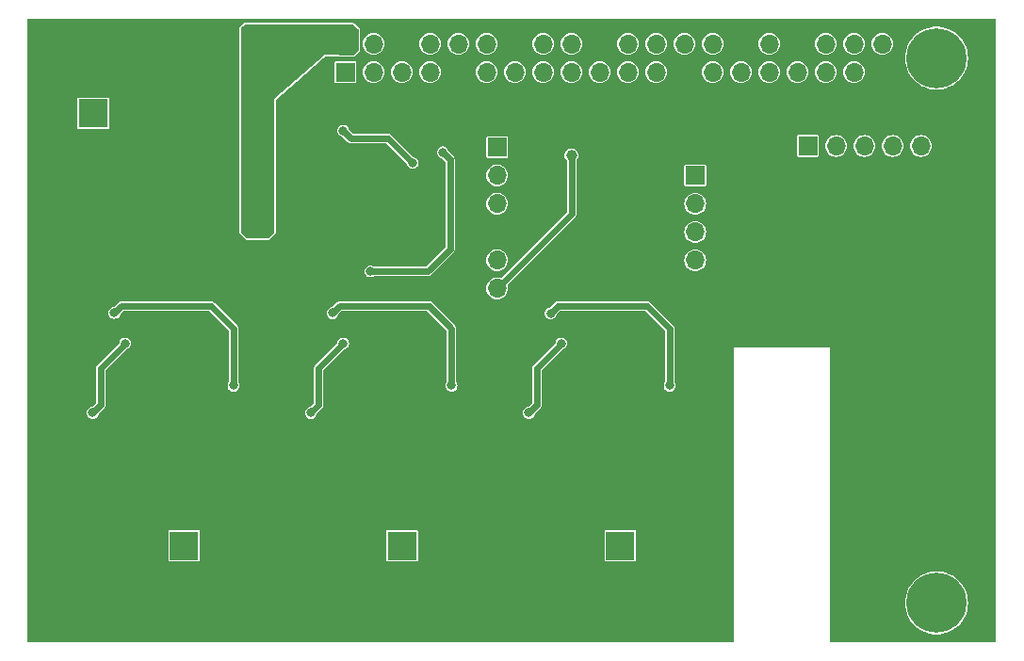
<source format=gbr>
%TF.GenerationSoftware,KiCad,Pcbnew,8.0.1*%
%TF.CreationDate,2024-04-24T14:46:19+03:00*%
%TF.ProjectId,QRPfRA_RP4_hat,51525066-5241-45f5-9250-345f6861742e,rev?*%
%TF.SameCoordinates,Original*%
%TF.FileFunction,Copper,L2,Bot*%
%TF.FilePolarity,Positive*%
%FSLAX46Y46*%
G04 Gerber Fmt 4.6, Leading zero omitted, Abs format (unit mm)*
G04 Created by KiCad (PCBNEW 8.0.1) date 2024-04-24 14:46:19*
%MOMM*%
%LPD*%
G01*
G04 APERTURE LIST*
%TA.AperFunction,ComponentPad*%
%ADD10R,2.600000X2.600000*%
%TD*%
%TA.AperFunction,ComponentPad*%
%ADD11C,2.600000*%
%TD*%
%TA.AperFunction,ComponentPad*%
%ADD12C,5.400000*%
%TD*%
%TA.AperFunction,ComponentPad*%
%ADD13R,1.700000X1.700000*%
%TD*%
%TA.AperFunction,ComponentPad*%
%ADD14O,1.700000X1.700000*%
%TD*%
%TA.AperFunction,ViaPad*%
%ADD15C,0.800000*%
%TD*%
%TA.AperFunction,ViaPad*%
%ADD16C,1.000000*%
%TD*%
%TA.AperFunction,Conductor*%
%ADD17C,0.600000*%
%TD*%
G04 APERTURE END LIST*
D10*
%TO.P,J5,1,Pin_1*%
%TO.N,+12V*%
X106362529Y-74013043D03*
D11*
%TO.P,J5,2,Pin_2*%
%TO.N,GND*%
X106362529Y-70513043D03*
%TD*%
D12*
%TO.P,H4,1,1*%
%TO.N,unconnected-(H4-Pad1)*%
X182147529Y-69038043D03*
%TD*%
%TO.P,H2,1,1*%
%TO.N,unconnected-(H2-Pad1)*%
X182147529Y-118038043D03*
%TD*%
D11*
%TO.P,J9,2,Pin_2*%
%TO.N,GND*%
X130612529Y-112888043D03*
D10*
%TO.P,J9,1,Pin_1*%
%TO.N,+5V_2*%
X134112529Y-112888043D03*
%TD*%
%TO.P,J10,1,Pin_1*%
%TO.N,+5V_3*%
X153712529Y-112888043D03*
D11*
%TO.P,J10,2,Pin_2*%
%TO.N,GND*%
X150212529Y-112888043D03*
%TD*%
D10*
%TO.P,J11,1,Pin_1*%
%TO.N,+5V_1*%
X114512529Y-112888043D03*
D11*
%TO.P,J11,2,Pin_2*%
%TO.N,GND*%
X111012529Y-112888043D03*
%TD*%
D13*
%TO.P,J1,1,3V3*%
%TO.N,+3.3V_S*%
X129022529Y-70313043D03*
D14*
%TO.P,J1,2,5V*%
%TO.N,+5V_4*%
X129022529Y-67773043D03*
%TO.P,J1,3,SDA/GPIO2*%
%TO.N,/SDA*%
X131562529Y-70313043D03*
%TO.P,J1,4,5V*%
%TO.N,+5V_4*%
X131562529Y-67773043D03*
%TO.P,J1,5,SCL/GPIO3*%
%TO.N,/SCL*%
X134102529Y-70313043D03*
%TO.P,J1,6,GND*%
%TO.N,GND*%
X134102529Y-67773043D03*
%TO.P,J1,7,GCLK0/GPIO4*%
%TO.N,unconnected-(J1-GCLK0{slash}GPIO4-Pad7)*%
X136642529Y-70313043D03*
%TO.P,J1,8,GPIO14/TXD*%
%TO.N,unconnected-(J1-GPIO14{slash}TXD-Pad8)*%
X136642529Y-67773043D03*
%TO.P,J1,9,GND*%
%TO.N,GND*%
X139182529Y-70313043D03*
%TO.P,J1,10,GPIO15/RXD*%
%TO.N,unconnected-(J1-GPIO15{slash}RXD-Pad10)*%
X139182529Y-67773043D03*
%TO.P,J1,11,GPIO17*%
%TO.N,unconnected-(J1-GPIO17-Pad11)*%
X141722529Y-70313043D03*
%TO.P,J1,12,GPIO18/PWM0*%
%TO.N,unconnected-(J1-GPIO18{slash}PWM0-Pad12)*%
X141722529Y-67773043D03*
%TO.P,J1,13,GPIO27*%
%TO.N,unconnected-(J1-GPIO27-Pad13)*%
X144262529Y-70313043D03*
%TO.P,J1,14,GND*%
%TO.N,GND*%
X144262529Y-67773043D03*
%TO.P,J1,15,GPIO22*%
%TO.N,unconnected-(J1-GPIO22-Pad15)*%
X146802529Y-70313043D03*
%TO.P,J1,16,GPIO23*%
%TO.N,unconnected-(J1-GPIO23-Pad16)*%
X146802529Y-67773043D03*
%TO.P,J1,17,3V3*%
%TO.N,+3.3V_S*%
X149342529Y-70313043D03*
%TO.P,J1,18,GPIO24*%
%TO.N,unconnected-(J1-GPIO24-Pad18)*%
X149342529Y-67773043D03*
%TO.P,J1,19,MOSI0/GPIO10*%
%TO.N,unconnected-(J1-MOSI0{slash}GPIO10-Pad19)*%
X151882529Y-70313043D03*
%TO.P,J1,20,GND*%
%TO.N,GND*%
X151882529Y-67773043D03*
%TO.P,J1,21,MISO0/GPIO9*%
%TO.N,unconnected-(J1-MISO0{slash}GPIO9-Pad21)*%
X154422529Y-70313043D03*
%TO.P,J1,22,GPIO25*%
%TO.N,unconnected-(J1-GPIO25-Pad22)*%
X154422529Y-67773043D03*
%TO.P,J1,23,SCLK0/GPIO11*%
%TO.N,unconnected-(J1-SCLK0{slash}GPIO11-Pad23)*%
X156962529Y-70313043D03*
%TO.P,J1,24,~{CE0}/GPIO8*%
%TO.N,unconnected-(J1-~{CE0}{slash}GPIO8-Pad24)*%
X156962529Y-67773043D03*
%TO.P,J1,25,GND*%
%TO.N,GND*%
X159502529Y-70313043D03*
%TO.P,J1,26,~{CE1}/GPIO7*%
%TO.N,unconnected-(J1-~{CE1}{slash}GPIO7-Pad26)*%
X159502529Y-67773043D03*
%TO.P,J1,27,ID_SD/GPIO0*%
%TO.N,unconnected-(J1-ID_SD{slash}GPIO0-Pad27)*%
X162042529Y-70313043D03*
%TO.P,J1,28,ID_SC/GPIO1*%
%TO.N,unconnected-(J1-ID_SC{slash}GPIO1-Pad28)*%
X162042529Y-67773043D03*
%TO.P,J1,29,GCLK1/GPIO5*%
%TO.N,unconnected-(J1-GCLK1{slash}GPIO5-Pad29)*%
X164582529Y-70313043D03*
%TO.P,J1,30,GND*%
%TO.N,GND*%
X164582529Y-67773043D03*
%TO.P,J1,31,GCLK2/GPIO6*%
%TO.N,unconnected-(J1-GCLK2{slash}GPIO6-Pad31)*%
X167122529Y-70313043D03*
%TO.P,J1,32,PWM0/GPIO12*%
%TO.N,unconnected-(J1-PWM0{slash}GPIO12-Pad32)*%
X167122529Y-67773043D03*
%TO.P,J1,33,PWM1/GPIO13*%
%TO.N,unconnected-(J1-PWM1{slash}GPIO13-Pad33)*%
X169662529Y-70313043D03*
%TO.P,J1,34,GND*%
%TO.N,GND*%
X169662529Y-67773043D03*
%TO.P,J1,35,GPIO19/MISO1*%
%TO.N,unconnected-(J1-GPIO19{slash}MISO1-Pad35)*%
X172202529Y-70313043D03*
%TO.P,J1,36,GPIO16*%
%TO.N,unconnected-(J1-GPIO16-Pad36)*%
X172202529Y-67773043D03*
%TO.P,J1,37,GPIO26*%
%TO.N,unconnected-(J1-GPIO26-Pad37)*%
X174742529Y-70313043D03*
%TO.P,J1,38,GPIO20/MOSI1*%
%TO.N,unconnected-(J1-GPIO20{slash}MOSI1-Pad38)*%
X174742529Y-67773043D03*
%TO.P,J1,39,GND*%
%TO.N,GND*%
X177282529Y-70313043D03*
%TO.P,J1,40,GPIO21/SCLK1*%
%TO.N,unconnected-(J1-GPIO21{slash}SCLK1-Pad40)*%
X177282529Y-67773043D03*
%TD*%
D13*
%TO.P,J3,1,Pin_1*%
%TO.N,unconnected-(J3-Pin_1-Pad1)*%
X142650000Y-77040000D03*
D14*
%TO.P,J3,2,Pin_2*%
%TO.N,/SCL*%
X142650000Y-79580000D03*
%TO.P,J3,3,Pin_3*%
%TO.N,/SDA*%
X142650000Y-82120000D03*
%TO.P,J3,4,Pin_4*%
%TO.N,GND*%
X142650000Y-84660000D03*
%TO.P,J3,5,Pin_5*%
%TO.N,unconnected-(J3-Pin_5-Pad5)*%
X142650000Y-87200000D03*
%TO.P,J3,6,Pin_6*%
%TO.N,+3.3V_S*%
X142650000Y-89740000D03*
%TD*%
%TO.P,J2,4,Pin_4*%
%TO.N,unconnected-(J2-Pin_4-Pad4)*%
X160452243Y-87213043D03*
%TO.P,J2,3,Pin_3*%
%TO.N,unconnected-(J2-Pin_3-Pad3)*%
X160452243Y-84673043D03*
%TO.P,J2,2,Pin_2*%
%TO.N,unconnected-(J2-Pin_2-Pad2)*%
X160452243Y-82133043D03*
D13*
%TO.P,J2,1,Pin_1*%
%TO.N,unconnected-(J2-Pin_1-Pad1)*%
X160452243Y-79593043D03*
%TD*%
%TO.P,J4,1,Pin_1*%
%TO.N,unconnected-(J4-Pin_1-Pad1)*%
X170580000Y-76940000D03*
D14*
%TO.P,J4,2,Pin_2*%
%TO.N,+5V_4*%
X173120000Y-76940000D03*
%TO.P,J4,3,Pin_3*%
%TO.N,/SDA*%
X175660000Y-76940000D03*
%TO.P,J4,4,Pin_4*%
%TO.N,/SCL*%
X178200000Y-76940000D03*
%TO.P,J4,5,Pin_5*%
%TO.N,unconnected-(J4-Pin_5-Pad5)*%
X180740000Y-76940000D03*
%TO.P,J4,6,Pin_6*%
%TO.N,GND*%
X183280000Y-76940000D03*
%TD*%
D15*
%TO.N,GND*%
X148190000Y-116190000D03*
X148190000Y-114890000D03*
X150790000Y-107090000D03*
X149490000Y-107090000D03*
X148190000Y-107090000D03*
X150790000Y-108390000D03*
X149490000Y-108390000D03*
X148190000Y-108390000D03*
X150790000Y-109690000D03*
X149490000Y-109690000D03*
X148190000Y-109690000D03*
X148190000Y-110990000D03*
X148190000Y-112290000D03*
X148190000Y-113590000D03*
X150790000Y-116190000D03*
X149490000Y-116190000D03*
D16*
%TO.N,+3.3V_S*%
X149340000Y-77790000D03*
D15*
%TO.N,+5V_4*%
X121990000Y-84440000D03*
X120490000Y-84440000D03*
X121990000Y-82940000D03*
X120490000Y-82940000D03*
%TO.N,GND*%
X109085000Y-114940000D03*
X111685000Y-116240000D03*
X110385000Y-116240000D03*
X109085000Y-116240000D03*
X111685000Y-107140000D03*
X110385000Y-107140000D03*
X109085000Y-107140000D03*
X111685000Y-108440000D03*
X110385000Y-108440000D03*
X109085000Y-108440000D03*
X111685000Y-109740000D03*
X110385000Y-109740000D03*
X109085000Y-109740000D03*
X109085000Y-111040000D03*
X109085000Y-112340000D03*
X109085000Y-113640000D03*
X125194279Y-78444793D03*
X123894279Y-78444793D03*
X131260000Y-107158250D03*
X129960000Y-107158250D03*
X128660000Y-107158250D03*
X131260000Y-108458250D03*
X129960000Y-108458250D03*
X128660000Y-108458250D03*
X131260000Y-109758250D03*
X129960000Y-109758250D03*
X128660000Y-109758250D03*
X128660000Y-111058250D03*
X118694279Y-81044793D03*
X118694279Y-79744793D03*
X118694279Y-78444793D03*
X128660000Y-112358250D03*
X117394279Y-81044793D03*
X117394279Y-79744793D03*
X117394279Y-78444793D03*
X128660000Y-113658250D03*
X116094279Y-81044793D03*
X116094279Y-79744793D03*
X116094279Y-78444793D03*
X128660000Y-114958250D03*
X114794279Y-81044793D03*
X114794279Y-79744793D03*
X114794279Y-78444793D03*
X131260000Y-116258250D03*
X129960000Y-116258250D03*
X128660000Y-116258250D03*
X113494279Y-81044793D03*
X113494279Y-79744793D03*
X113494279Y-78444793D03*
%TO.N,+5V_1*%
X108255286Y-91960000D03*
%TO.N,+5V_2*%
X127857757Y-91966957D03*
%TO.N,+5V_3*%
X147460286Y-91985000D03*
X158162529Y-98488043D03*
%TO.N,GND*%
X144910000Y-97140000D03*
X159160000Y-106590000D03*
%TO.N,+12V*%
X145510000Y-100940000D03*
X148410000Y-94690000D03*
%TO.N,+5V_2*%
X138562529Y-98488043D03*
%TO.N,GND*%
X125310000Y-97140000D03*
X139560000Y-106590000D03*
%TO.N,+12V*%
X125910000Y-100940000D03*
X128810000Y-94690000D03*
%TO.N,+5V_1*%
X118962529Y-98488043D03*
%TO.N,GND*%
X105710000Y-97140000D03*
X119960000Y-106590000D03*
%TO.N,+12V*%
X106310000Y-100940000D03*
X109210000Y-94690000D03*
X135062529Y-78463043D03*
X128812529Y-75563043D03*
%TO.N,GND*%
X123162529Y-89213043D03*
X132612529Y-74963043D03*
%TO.N,+5V_4*%
X131264486Y-88215572D03*
X137762529Y-77513043D03*
%TD*%
D17*
%TO.N,+3.3V_S*%
X149340000Y-77790000D02*
X149340000Y-83044942D01*
X149340000Y-83044942D02*
X149342529Y-83047471D01*
X149342529Y-83047471D02*
X142650000Y-89740000D01*
%TO.N,+5V_1*%
X116957815Y-91308043D02*
X108907243Y-91308043D01*
X108907243Y-91308043D02*
X108255286Y-91960000D01*
%TO.N,+5V_2*%
X136560286Y-91315000D02*
X128509714Y-91315000D01*
X128509714Y-91315000D02*
X127857757Y-91966957D01*
%TO.N,+5V_3*%
X156162815Y-91333043D02*
X148112243Y-91333043D01*
X148112243Y-91333043D02*
X147460286Y-91985000D01*
%TO.N,+12V*%
X107010000Y-96890000D02*
X107010000Y-100240000D01*
X109210000Y-94690000D02*
X107010000Y-96890000D01*
X107010000Y-100240000D02*
X106310000Y-100940000D01*
%TO.N,+5V_1*%
X118962529Y-98488043D02*
X118962529Y-93338043D01*
X118962529Y-93338043D02*
X116962529Y-91338043D01*
%TO.N,+12V*%
X146210000Y-96890000D02*
X146210000Y-100240000D01*
X148410000Y-94690000D02*
X146210000Y-96890000D01*
X146210000Y-100240000D02*
X145510000Y-100940000D01*
%TO.N,+5V_3*%
X158162529Y-98488043D02*
X158162529Y-93338043D01*
X158162529Y-93338043D02*
X156162529Y-91338043D01*
%TO.N,+12V*%
X126610000Y-96890000D02*
X126610000Y-100240000D01*
X128810000Y-94690000D02*
X126610000Y-96890000D01*
X126610000Y-100240000D02*
X125910000Y-100940000D01*
%TO.N,+5V_2*%
X138562529Y-98488043D02*
X138562529Y-93338043D01*
X138562529Y-93338043D02*
X136562529Y-91338043D01*
%TO.N,+12V*%
X107010000Y-96890000D02*
X107010000Y-100240000D01*
X109210000Y-94690000D02*
X107010000Y-96890000D01*
X107010000Y-100240000D02*
X106310000Y-100940000D01*
%TO.N,+5V_1*%
X118962529Y-98488043D02*
X118962529Y-93338043D01*
X118962529Y-93338043D02*
X116962529Y-91338043D01*
%TO.N,+5V_4*%
X136414486Y-88215572D02*
X138414486Y-86215572D01*
X131264486Y-88215572D02*
X136414486Y-88215572D01*
X138414486Y-86215572D02*
X138414486Y-78165000D01*
X138414486Y-78165000D02*
X137762529Y-77513043D01*
%TO.N,+12V*%
X129512529Y-76263043D02*
X128812529Y-75563043D01*
X135062529Y-78463043D02*
X132862529Y-76263043D01*
X132862529Y-76263043D02*
X129512529Y-76263043D01*
%TD*%
%TA.AperFunction,Conductor*%
%TO.N,GND*%
G36*
X187499161Y-65541411D02*
G01*
X187502529Y-65549543D01*
X187502529Y-121526543D01*
X187499161Y-121534675D01*
X187491029Y-121538043D01*
X172614029Y-121538043D01*
X172605897Y-121534675D01*
X172602529Y-121526543D01*
X172602529Y-118038043D01*
X179315237Y-118038043D01*
X179334388Y-118366855D01*
X179391581Y-118691211D01*
X179391583Y-118691218D01*
X179486045Y-119006747D01*
X179616496Y-119309167D01*
X179616503Y-119309180D01*
X179781183Y-119594413D01*
X179977853Y-119858589D01*
X179977859Y-119858595D01*
X179977861Y-119858597D01*
X179977867Y-119858605D01*
X180203892Y-120098178D01*
X180203898Y-120098183D01*
X180203901Y-120098186D01*
X180456186Y-120309879D01*
X180456196Y-120309886D01*
X180456201Y-120309890D01*
X180564431Y-120381074D01*
X180731380Y-120490879D01*
X180880505Y-120565771D01*
X181025715Y-120638699D01*
X181025720Y-120638701D01*
X181025729Y-120638705D01*
X181335215Y-120751348D01*
X181335213Y-120751348D01*
X181394509Y-120765401D01*
X181655707Y-120827306D01*
X181901061Y-120855983D01*
X181982844Y-120865543D01*
X181982846Y-120865543D01*
X182312214Y-120865543D01*
X182384909Y-120857045D01*
X182639351Y-120827306D01*
X182959840Y-120751349D01*
X182959843Y-120751348D01*
X183269328Y-120638705D01*
X183269333Y-120638702D01*
X183269343Y-120638699D01*
X183563675Y-120490880D01*
X183838857Y-120309890D01*
X183838866Y-120309882D01*
X183838871Y-120309879D01*
X184091156Y-120098186D01*
X184091166Y-120098178D01*
X184317191Y-119858605D01*
X184317199Y-119858593D01*
X184317204Y-119858589D01*
X184513874Y-119594413D01*
X184678554Y-119309180D01*
X184678561Y-119309167D01*
X184726626Y-119197738D01*
X184809013Y-119006744D01*
X184903476Y-118691214D01*
X184960670Y-118366852D01*
X184979821Y-118038043D01*
X184960670Y-117709234D01*
X184903476Y-117384872D01*
X184809013Y-117069342D01*
X184809012Y-117069338D01*
X184678561Y-116766918D01*
X184678554Y-116766905D01*
X184513874Y-116481672D01*
X184317204Y-116217496D01*
X184317198Y-116217490D01*
X184317196Y-116217488D01*
X184317191Y-116217481D01*
X184091166Y-115977908D01*
X184091159Y-115977902D01*
X184091156Y-115977899D01*
X183838871Y-115766206D01*
X183838859Y-115766198D01*
X183838857Y-115766196D01*
X183789348Y-115733633D01*
X183563677Y-115585206D01*
X183269345Y-115437388D01*
X183269328Y-115437380D01*
X182959842Y-115324737D01*
X182959844Y-115324737D01*
X182639355Y-115248781D01*
X182639351Y-115248780D01*
X182639346Y-115248779D01*
X182639344Y-115248779D01*
X182312214Y-115210543D01*
X182312212Y-115210543D01*
X181982846Y-115210543D01*
X181982844Y-115210543D01*
X181655713Y-115248779D01*
X181655708Y-115248779D01*
X181655707Y-115248780D01*
X181655705Y-115248780D01*
X181655702Y-115248781D01*
X181335214Y-115324737D01*
X181025729Y-115437380D01*
X181025712Y-115437388D01*
X180731380Y-115585206D01*
X180456205Y-115766193D01*
X180456186Y-115766206D01*
X180203901Y-115977899D01*
X180203888Y-115977912D01*
X179977859Y-116217490D01*
X179977853Y-116217496D01*
X179781183Y-116481672D01*
X179616503Y-116766905D01*
X179616496Y-116766918D01*
X179486046Y-117069338D01*
X179486045Y-117069338D01*
X179391583Y-117384867D01*
X179391581Y-117384874D01*
X179334388Y-117709230D01*
X179315237Y-118038043D01*
X172602529Y-118038043D01*
X172602529Y-95073044D01*
X172602529Y-95073043D01*
X172602528Y-95073043D01*
X163902530Y-95073043D01*
X163902529Y-95073043D01*
X163902529Y-95073044D01*
X163902529Y-121526543D01*
X163899161Y-121534675D01*
X163891029Y-121538043D01*
X100474029Y-121538043D01*
X100465897Y-121534675D01*
X100462529Y-121526543D01*
X100462529Y-114200599D01*
X113085029Y-114200599D01*
X113092426Y-114237789D01*
X113092427Y-114237791D01*
X113106564Y-114258948D01*
X113120605Y-114279963D01*
X113120607Y-114279965D01*
X113162781Y-114308145D01*
X113199971Y-114315543D01*
X113199972Y-114315543D01*
X115825086Y-114315543D01*
X115825087Y-114315543D01*
X115862277Y-114308145D01*
X115904451Y-114279965D01*
X115932631Y-114237791D01*
X115940029Y-114200601D01*
X115940029Y-114200599D01*
X132685029Y-114200599D01*
X132692426Y-114237789D01*
X132692427Y-114237791D01*
X132706564Y-114258948D01*
X132720605Y-114279963D01*
X132720607Y-114279965D01*
X132762781Y-114308145D01*
X132799971Y-114315543D01*
X132799972Y-114315543D01*
X135425086Y-114315543D01*
X135425087Y-114315543D01*
X135462277Y-114308145D01*
X135504451Y-114279965D01*
X135532631Y-114237791D01*
X135540029Y-114200601D01*
X135540029Y-114200599D01*
X152285029Y-114200599D01*
X152292426Y-114237789D01*
X152292427Y-114237791D01*
X152306564Y-114258948D01*
X152320605Y-114279963D01*
X152320607Y-114279965D01*
X152362781Y-114308145D01*
X152399971Y-114315543D01*
X152399972Y-114315543D01*
X155025086Y-114315543D01*
X155025087Y-114315543D01*
X155062277Y-114308145D01*
X155104451Y-114279965D01*
X155132631Y-114237791D01*
X155140029Y-114200601D01*
X155140029Y-111575485D01*
X155132631Y-111538295D01*
X155104451Y-111496121D01*
X155104449Y-111496119D01*
X155083434Y-111482078D01*
X155062277Y-111467941D01*
X155062275Y-111467940D01*
X155034320Y-111462379D01*
X155025087Y-111460543D01*
X152399971Y-111460543D01*
X152392574Y-111462014D01*
X152362782Y-111467940D01*
X152362781Y-111467941D01*
X152320608Y-111496119D01*
X152320605Y-111496122D01*
X152292427Y-111538295D01*
X152292426Y-111538296D01*
X152285029Y-111575486D01*
X152285029Y-114200599D01*
X135540029Y-114200599D01*
X135540029Y-111575485D01*
X135532631Y-111538295D01*
X135504451Y-111496121D01*
X135504449Y-111496119D01*
X135483434Y-111482078D01*
X135462277Y-111467941D01*
X135462275Y-111467940D01*
X135434320Y-111462379D01*
X135425087Y-111460543D01*
X132799971Y-111460543D01*
X132792574Y-111462014D01*
X132762782Y-111467940D01*
X132762781Y-111467941D01*
X132720608Y-111496119D01*
X132720605Y-111496122D01*
X132692427Y-111538295D01*
X132692426Y-111538296D01*
X132685029Y-111575486D01*
X132685029Y-114200599D01*
X115940029Y-114200599D01*
X115940029Y-111575485D01*
X115932631Y-111538295D01*
X115904451Y-111496121D01*
X115904449Y-111496119D01*
X115883434Y-111482078D01*
X115862277Y-111467941D01*
X115862275Y-111467940D01*
X115834320Y-111462379D01*
X115825087Y-111460543D01*
X113199971Y-111460543D01*
X113192574Y-111462014D01*
X113162782Y-111467940D01*
X113162781Y-111467941D01*
X113120608Y-111496119D01*
X113120605Y-111496122D01*
X113092427Y-111538295D01*
X113092426Y-111538296D01*
X113085029Y-111575486D01*
X113085029Y-114200599D01*
X100462529Y-114200599D01*
X100462529Y-100940000D01*
X105777948Y-100940000D01*
X105796077Y-101077705D01*
X105849229Y-101206026D01*
X105933782Y-101316218D01*
X106043974Y-101400771D01*
X106172295Y-101453923D01*
X106310000Y-101472052D01*
X106447705Y-101453923D01*
X106576026Y-101400771D01*
X106686218Y-101316218D01*
X106770771Y-101206026D01*
X106823923Y-101077705D01*
X106830546Y-101027387D01*
X106833815Y-101020759D01*
X106914574Y-100940000D01*
X125377948Y-100940000D01*
X125396077Y-101077705D01*
X125449229Y-101206026D01*
X125533782Y-101316218D01*
X125643974Y-101400771D01*
X125772295Y-101453923D01*
X125910000Y-101472052D01*
X126047705Y-101453923D01*
X126176026Y-101400771D01*
X126286218Y-101316218D01*
X126370771Y-101206026D01*
X126423923Y-101077705D01*
X126430546Y-101027387D01*
X126433815Y-101020759D01*
X126514574Y-100940000D01*
X144977948Y-100940000D01*
X144996077Y-101077705D01*
X145049229Y-101206026D01*
X145133782Y-101316218D01*
X145243974Y-101400771D01*
X145372295Y-101453923D01*
X145510000Y-101472052D01*
X145647705Y-101453923D01*
X145776026Y-101400771D01*
X145886218Y-101316218D01*
X145970771Y-101206026D01*
X146023923Y-101077705D01*
X146030546Y-101027387D01*
X146033815Y-101020759D01*
X146552084Y-100502492D01*
X146608367Y-100405009D01*
X146637500Y-100296281D01*
X146637500Y-97071839D01*
X146640867Y-97063708D01*
X148490759Y-95213815D01*
X148497387Y-95210546D01*
X148547705Y-95203923D01*
X148676026Y-95150771D01*
X148786218Y-95066218D01*
X148870771Y-94956026D01*
X148923923Y-94827705D01*
X148942052Y-94690000D01*
X148923923Y-94552295D01*
X148870771Y-94423974D01*
X148786218Y-94313782D01*
X148676026Y-94229229D01*
X148547705Y-94176077D01*
X148410000Y-94157948D01*
X148272295Y-94176077D01*
X148143974Y-94229229D01*
X148033782Y-94313782D01*
X147949229Y-94423974D01*
X147896077Y-94552295D01*
X147889452Y-94602609D01*
X147886182Y-94609240D01*
X145947509Y-96547915D01*
X145867914Y-96627509D01*
X145811635Y-96724986D01*
X145811631Y-96724996D01*
X145782500Y-96833719D01*
X145782500Y-100058159D01*
X145779132Y-100066291D01*
X145429240Y-100416182D01*
X145422609Y-100419452D01*
X145372295Y-100426077D01*
X145243974Y-100479229D01*
X145133782Y-100563782D01*
X145049229Y-100673974D01*
X144996077Y-100802295D01*
X144977948Y-100940000D01*
X126514574Y-100940000D01*
X126952084Y-100502492D01*
X127008367Y-100405009D01*
X127037500Y-100296281D01*
X127037500Y-97071839D01*
X127040867Y-97063708D01*
X128890759Y-95213815D01*
X128897387Y-95210546D01*
X128947705Y-95203923D01*
X129076026Y-95150771D01*
X129186218Y-95066218D01*
X129270771Y-94956026D01*
X129323923Y-94827705D01*
X129342052Y-94690000D01*
X129323923Y-94552295D01*
X129270771Y-94423974D01*
X129186218Y-94313782D01*
X129076026Y-94229229D01*
X128947705Y-94176077D01*
X128810000Y-94157948D01*
X128672295Y-94176077D01*
X128543974Y-94229229D01*
X128433782Y-94313782D01*
X128349229Y-94423974D01*
X128296077Y-94552295D01*
X128289452Y-94602609D01*
X128286182Y-94609240D01*
X126347509Y-96547915D01*
X126267914Y-96627509D01*
X126211635Y-96724986D01*
X126211631Y-96724996D01*
X126182500Y-96833719D01*
X126182500Y-100058159D01*
X126179132Y-100066291D01*
X125829240Y-100416182D01*
X125822609Y-100419452D01*
X125772295Y-100426077D01*
X125643974Y-100479229D01*
X125533782Y-100563782D01*
X125449229Y-100673974D01*
X125396077Y-100802295D01*
X125377948Y-100940000D01*
X106914574Y-100940000D01*
X107352084Y-100502492D01*
X107408367Y-100405009D01*
X107437500Y-100296281D01*
X107437500Y-97071839D01*
X107440867Y-97063708D01*
X109290759Y-95213815D01*
X109297387Y-95210546D01*
X109347705Y-95203923D01*
X109476026Y-95150771D01*
X109586218Y-95066218D01*
X109670771Y-94956026D01*
X109723923Y-94827705D01*
X109742052Y-94690000D01*
X109723923Y-94552295D01*
X109670771Y-94423974D01*
X109586218Y-94313782D01*
X109476026Y-94229229D01*
X109347705Y-94176077D01*
X109210000Y-94157948D01*
X109072295Y-94176077D01*
X108943974Y-94229229D01*
X108833782Y-94313782D01*
X108749229Y-94423974D01*
X108696077Y-94552295D01*
X108689452Y-94602609D01*
X108686182Y-94609240D01*
X106747509Y-96547915D01*
X106667914Y-96627509D01*
X106611635Y-96724986D01*
X106611631Y-96724996D01*
X106582500Y-96833719D01*
X106582500Y-100058159D01*
X106579132Y-100066291D01*
X106229240Y-100416182D01*
X106222609Y-100419452D01*
X106172295Y-100426077D01*
X106043974Y-100479229D01*
X105933782Y-100563782D01*
X105849229Y-100673974D01*
X105796077Y-100802295D01*
X105777948Y-100940000D01*
X100462529Y-100940000D01*
X100462529Y-91960000D01*
X107723234Y-91960000D01*
X107741363Y-92097705D01*
X107794515Y-92226026D01*
X107879068Y-92336218D01*
X107989260Y-92420771D01*
X108117581Y-92473923D01*
X108255286Y-92492052D01*
X108392991Y-92473923D01*
X108521312Y-92420771D01*
X108631504Y-92336218D01*
X108716057Y-92226026D01*
X108769209Y-92097705D01*
X108775832Y-92047387D01*
X108779101Y-92040760D01*
X109080952Y-91738911D01*
X109089084Y-91735543D01*
X116750689Y-91735543D01*
X116758821Y-91738911D01*
X118531661Y-93511751D01*
X118535029Y-93519883D01*
X118535029Y-98174752D01*
X118532652Y-98181753D01*
X118501758Y-98222017D01*
X118448606Y-98350338D01*
X118430477Y-98488043D01*
X118448606Y-98625748D01*
X118501758Y-98754069D01*
X118586311Y-98864261D01*
X118696503Y-98948814D01*
X118824824Y-99001966D01*
X118962529Y-99020095D01*
X119100234Y-99001966D01*
X119228555Y-98948814D01*
X119338747Y-98864261D01*
X119423300Y-98754069D01*
X119476452Y-98625748D01*
X119494581Y-98488043D01*
X119476452Y-98350338D01*
X119423300Y-98222017D01*
X119392405Y-98181753D01*
X119390029Y-98174752D01*
X119390029Y-93281762D01*
X119360897Y-93173039D01*
X119360896Y-93173034D01*
X119304614Y-93075551D01*
X118196019Y-91966957D01*
X127325705Y-91966957D01*
X127343834Y-92104662D01*
X127396986Y-92232983D01*
X127481539Y-92343175D01*
X127591731Y-92427728D01*
X127720052Y-92480880D01*
X127857757Y-92499009D01*
X127995462Y-92480880D01*
X128123783Y-92427728D01*
X128233975Y-92343175D01*
X128318528Y-92232983D01*
X128371680Y-92104662D01*
X128378303Y-92054344D01*
X128381572Y-92047717D01*
X128683423Y-91745868D01*
X128691555Y-91742500D01*
X136357646Y-91742500D01*
X136365778Y-91745868D01*
X138131661Y-93511751D01*
X138135029Y-93519883D01*
X138135029Y-98174752D01*
X138132652Y-98181753D01*
X138101758Y-98222017D01*
X138048606Y-98350338D01*
X138030477Y-98488043D01*
X138048606Y-98625748D01*
X138101758Y-98754069D01*
X138186311Y-98864261D01*
X138296503Y-98948814D01*
X138424824Y-99001966D01*
X138562529Y-99020095D01*
X138700234Y-99001966D01*
X138828555Y-98948814D01*
X138938747Y-98864261D01*
X139023300Y-98754069D01*
X139076452Y-98625748D01*
X139094581Y-98488043D01*
X139076452Y-98350338D01*
X139023300Y-98222017D01*
X138992405Y-98181753D01*
X138990029Y-98174752D01*
X138990029Y-93281762D01*
X138960897Y-93173039D01*
X138960896Y-93173034D01*
X138904614Y-93075551D01*
X137814062Y-91985000D01*
X146928234Y-91985000D01*
X146946363Y-92122705D01*
X146999515Y-92251026D01*
X147084068Y-92361218D01*
X147194260Y-92445771D01*
X147322581Y-92498923D01*
X147460286Y-92517052D01*
X147597991Y-92498923D01*
X147726312Y-92445771D01*
X147836504Y-92361218D01*
X147921057Y-92251026D01*
X147974209Y-92122705D01*
X147980832Y-92072387D01*
X147984101Y-92065760D01*
X148285952Y-91763911D01*
X148294084Y-91760543D01*
X155975689Y-91760543D01*
X155983821Y-91763911D01*
X157731661Y-93511751D01*
X157735029Y-93519883D01*
X157735029Y-98174752D01*
X157732652Y-98181753D01*
X157701758Y-98222017D01*
X157648606Y-98350338D01*
X157630477Y-98488043D01*
X157648606Y-98625748D01*
X157701758Y-98754069D01*
X157786311Y-98864261D01*
X157896503Y-98948814D01*
X158024824Y-99001966D01*
X158162529Y-99020095D01*
X158300234Y-99001966D01*
X158428555Y-98948814D01*
X158538747Y-98864261D01*
X158623300Y-98754069D01*
X158676452Y-98625748D01*
X158694581Y-98488043D01*
X158676452Y-98350338D01*
X158623300Y-98222017D01*
X158592405Y-98181753D01*
X158590029Y-98174752D01*
X158590029Y-93281762D01*
X158560897Y-93173039D01*
X158560896Y-93173034D01*
X158504614Y-93075551D01*
X156513188Y-91084126D01*
X156511361Y-91081744D01*
X156504901Y-91070553D01*
X156425305Y-90990957D01*
X156327828Y-90934678D01*
X156327826Y-90934677D01*
X156327824Y-90934676D01*
X156327820Y-90934675D01*
X156327818Y-90934674D01*
X156219096Y-90905543D01*
X148055962Y-90905543D01*
X147947239Y-90934674D01*
X147947229Y-90934678D01*
X147849751Y-90990957D01*
X147379526Y-91461182D01*
X147372895Y-91464452D01*
X147322581Y-91471077D01*
X147194260Y-91524229D01*
X147084068Y-91608782D01*
X146999515Y-91718974D01*
X146946363Y-91847295D01*
X146928234Y-91985000D01*
X137814062Y-91985000D01*
X136931852Y-91102790D01*
X136930026Y-91100409D01*
X136920008Y-91083058D01*
X136902371Y-91052509D01*
X136822777Y-90972915D01*
X136822776Y-90972914D01*
X136725299Y-90916635D01*
X136725297Y-90916634D01*
X136725295Y-90916633D01*
X136725291Y-90916632D01*
X136725289Y-90916631D01*
X136616567Y-90887500D01*
X128453433Y-90887500D01*
X128367434Y-90910543D01*
X128344710Y-90916631D01*
X128344700Y-90916635D01*
X128247222Y-90972914D01*
X127776997Y-91443139D01*
X127770366Y-91446409D01*
X127720052Y-91453034D01*
X127591731Y-91506186D01*
X127481539Y-91590739D01*
X127396986Y-91700931D01*
X127343834Y-91829252D01*
X127325705Y-91966957D01*
X118196019Y-91966957D01*
X117335509Y-91106447D01*
X117333683Y-91104066D01*
X117332330Y-91101723D01*
X117299900Y-91045552D01*
X117220306Y-90965958D01*
X117220305Y-90965957D01*
X117122828Y-90909678D01*
X117122826Y-90909677D01*
X117122824Y-90909676D01*
X117122820Y-90909675D01*
X117122818Y-90909674D01*
X117014096Y-90880543D01*
X108850962Y-90880543D01*
X108742239Y-90909674D01*
X108742229Y-90909678D01*
X108644751Y-90965957D01*
X108174526Y-91436182D01*
X108167895Y-91439452D01*
X108118925Y-91445900D01*
X108117581Y-91446077D01*
X107989260Y-91499229D01*
X107879068Y-91583782D01*
X107794515Y-91693974D01*
X107741363Y-91822295D01*
X107723234Y-91960000D01*
X100462529Y-91960000D01*
X100462529Y-89740000D01*
X141667770Y-89740000D01*
X141686643Y-89931624D01*
X141686643Y-89931626D01*
X141686644Y-89931628D01*
X141742536Y-90115876D01*
X141742539Y-90115886D01*
X141833304Y-90285695D01*
X141833306Y-90285698D01*
X141955459Y-90434541D01*
X142104302Y-90556694D01*
X142274117Y-90647462D01*
X142458376Y-90703357D01*
X142650000Y-90722230D01*
X142841624Y-90703357D01*
X143025883Y-90647462D01*
X143195698Y-90556694D01*
X143344541Y-90434541D01*
X143466694Y-90285698D01*
X143557462Y-90115883D01*
X143613357Y-89931624D01*
X143632230Y-89740000D01*
X143613357Y-89548376D01*
X143576451Y-89426717D01*
X143577314Y-89417961D01*
X143579321Y-89415253D01*
X145781532Y-87213043D01*
X159470013Y-87213043D01*
X159488886Y-87404667D01*
X159540824Y-87575883D01*
X159544779Y-87588919D01*
X159544782Y-87588929D01*
X159628577Y-87745698D01*
X159635549Y-87758741D01*
X159757702Y-87907584D01*
X159906545Y-88029737D01*
X159906547Y-88029738D01*
X160051954Y-88107460D01*
X160076360Y-88120505D01*
X160260619Y-88176400D01*
X160452243Y-88195273D01*
X160643867Y-88176400D01*
X160828126Y-88120505D01*
X160997941Y-88029737D01*
X161146784Y-87907584D01*
X161268937Y-87758741D01*
X161359705Y-87588926D01*
X161415600Y-87404667D01*
X161434473Y-87213043D01*
X161415600Y-87021419D01*
X161359705Y-86837160D01*
X161268937Y-86667345D01*
X161146784Y-86518502D01*
X160997941Y-86396349D01*
X160997939Y-86396348D01*
X160997938Y-86396347D01*
X160828129Y-86305582D01*
X160828119Y-86305579D01*
X160643871Y-86249687D01*
X160643869Y-86249686D01*
X160643867Y-86249686D01*
X160452243Y-86230813D01*
X160260619Y-86249686D01*
X160260616Y-86249686D01*
X160260614Y-86249687D01*
X160076366Y-86305579D01*
X160076356Y-86305582D01*
X159906547Y-86396347D01*
X159757702Y-86518502D01*
X159635547Y-86667347D01*
X159544782Y-86837156D01*
X159544779Y-86837166D01*
X159488887Y-87021414D01*
X159488886Y-87021416D01*
X159488886Y-87021419D01*
X159470013Y-87213043D01*
X145781532Y-87213043D01*
X148321533Y-84673043D01*
X159470013Y-84673043D01*
X159488886Y-84864667D01*
X159488886Y-84864669D01*
X159488887Y-84864671D01*
X159544779Y-85048919D01*
X159544782Y-85048929D01*
X159635547Y-85218738D01*
X159635549Y-85218741D01*
X159757702Y-85367584D01*
X159906545Y-85489737D01*
X160076360Y-85580505D01*
X160260619Y-85636400D01*
X160452243Y-85655273D01*
X160643867Y-85636400D01*
X160828126Y-85580505D01*
X160997941Y-85489737D01*
X161146784Y-85367584D01*
X161268937Y-85218741D01*
X161359705Y-85048926D01*
X161415600Y-84864667D01*
X161434473Y-84673043D01*
X161415600Y-84481419D01*
X161359705Y-84297160D01*
X161268937Y-84127345D01*
X161146784Y-83978502D01*
X160997941Y-83856349D01*
X160997939Y-83856348D01*
X160997938Y-83856347D01*
X160828129Y-83765582D01*
X160828119Y-83765579D01*
X160643871Y-83709687D01*
X160643869Y-83709686D01*
X160643867Y-83709686D01*
X160452243Y-83690813D01*
X160260619Y-83709686D01*
X160260616Y-83709686D01*
X160260614Y-83709687D01*
X160076366Y-83765579D01*
X160076356Y-83765582D01*
X159906547Y-83856347D01*
X159757702Y-83978502D01*
X159635547Y-84127347D01*
X159544782Y-84297156D01*
X159544779Y-84297166D01*
X159488887Y-84481414D01*
X159488886Y-84481416D01*
X159488886Y-84481419D01*
X159470013Y-84673043D01*
X148321533Y-84673043D01*
X149684614Y-83309963D01*
X149740896Y-83212480D01*
X149770029Y-83103753D01*
X149770029Y-82991190D01*
X149767892Y-82983214D01*
X149767500Y-82980238D01*
X149767500Y-82133043D01*
X159470013Y-82133043D01*
X159488886Y-82324667D01*
X159540824Y-82495883D01*
X159544779Y-82508919D01*
X159544782Y-82508929D01*
X159628577Y-82665698D01*
X159635549Y-82678741D01*
X159757702Y-82827584D01*
X159906545Y-82949737D01*
X159906547Y-82949738D01*
X160051954Y-83027460D01*
X160076360Y-83040505D01*
X160260619Y-83096400D01*
X160452243Y-83115273D01*
X160643867Y-83096400D01*
X160828126Y-83040505D01*
X160997941Y-82949737D01*
X161146784Y-82827584D01*
X161268937Y-82678741D01*
X161359705Y-82508926D01*
X161415600Y-82324667D01*
X161434473Y-82133043D01*
X161415600Y-81941419D01*
X161359705Y-81757160D01*
X161268937Y-81587345D01*
X161146784Y-81438502D01*
X160997941Y-81316349D01*
X160997939Y-81316348D01*
X160997938Y-81316347D01*
X160828129Y-81225582D01*
X160828119Y-81225579D01*
X160643871Y-81169687D01*
X160643869Y-81169686D01*
X160643867Y-81169686D01*
X160452243Y-81150813D01*
X160260619Y-81169686D01*
X160260616Y-81169686D01*
X160260614Y-81169687D01*
X160076366Y-81225579D01*
X160076356Y-81225582D01*
X159906547Y-81316347D01*
X159757702Y-81438502D01*
X159635547Y-81587347D01*
X159544782Y-81757156D01*
X159544779Y-81757166D01*
X159488887Y-81941414D01*
X159488886Y-81941416D01*
X159488886Y-81941419D01*
X159470013Y-82133043D01*
X149767500Y-82133043D01*
X149767500Y-80455599D01*
X159474743Y-80455599D01*
X159482140Y-80492789D01*
X159482141Y-80492791D01*
X159496278Y-80513948D01*
X159510319Y-80534963D01*
X159510321Y-80534965D01*
X159552495Y-80563145D01*
X159589685Y-80570543D01*
X159589686Y-80570543D01*
X161314800Y-80570543D01*
X161314801Y-80570543D01*
X161351991Y-80563145D01*
X161394165Y-80534965D01*
X161422345Y-80492791D01*
X161429743Y-80455601D01*
X161429743Y-78730485D01*
X161422345Y-78693295D01*
X161394165Y-78651121D01*
X161394163Y-78651119D01*
X161373148Y-78637078D01*
X161351991Y-78622941D01*
X161351989Y-78622940D01*
X161324034Y-78617379D01*
X161314801Y-78615543D01*
X159589685Y-78615543D01*
X159584150Y-78616644D01*
X159552496Y-78622940D01*
X159552495Y-78622941D01*
X159510322Y-78651119D01*
X159510319Y-78651122D01*
X159482141Y-78693295D01*
X159482140Y-78693296D01*
X159474743Y-78730486D01*
X159474743Y-80455599D01*
X149767500Y-80455599D01*
X149767500Y-78254775D01*
X149770868Y-78246643D01*
X149771374Y-78246167D01*
X149813135Y-78209170D01*
X149813140Y-78209166D01*
X149899705Y-78083756D01*
X149953741Y-77941274D01*
X149970584Y-77802558D01*
X149970584Y-77802556D01*
X169602500Y-77802556D01*
X169609897Y-77839746D01*
X169609898Y-77839748D01*
X169615053Y-77847463D01*
X169638076Y-77881920D01*
X169638078Y-77881922D01*
X169680252Y-77910102D01*
X169717442Y-77917500D01*
X169717443Y-77917500D01*
X171442557Y-77917500D01*
X171442558Y-77917500D01*
X171479748Y-77910102D01*
X171521922Y-77881922D01*
X171550102Y-77839748D01*
X171557500Y-77802558D01*
X171557500Y-76940000D01*
X172137770Y-76940000D01*
X172156643Y-77131624D01*
X172198554Y-77269786D01*
X172212536Y-77315876D01*
X172212539Y-77315886D01*
X172274755Y-77432283D01*
X172303306Y-77485698D01*
X172425459Y-77634541D01*
X172574302Y-77756694D01*
X172574304Y-77756695D01*
X172660107Y-77802558D01*
X172744117Y-77847462D01*
X172928376Y-77903357D01*
X173120000Y-77922230D01*
X173311624Y-77903357D01*
X173495883Y-77847462D01*
X173665698Y-77756694D01*
X173814541Y-77634541D01*
X173936694Y-77485698D01*
X174027462Y-77315883D01*
X174083357Y-77131624D01*
X174102230Y-76940000D01*
X174677770Y-76940000D01*
X174696643Y-77131624D01*
X174738554Y-77269786D01*
X174752536Y-77315876D01*
X174752539Y-77315886D01*
X174814755Y-77432283D01*
X174843306Y-77485698D01*
X174965459Y-77634541D01*
X175114302Y-77756694D01*
X175114304Y-77756695D01*
X175200107Y-77802558D01*
X175284117Y-77847462D01*
X175468376Y-77903357D01*
X175660000Y-77922230D01*
X175851624Y-77903357D01*
X176035883Y-77847462D01*
X176205698Y-77756694D01*
X176354541Y-77634541D01*
X176476694Y-77485698D01*
X176567462Y-77315883D01*
X176623357Y-77131624D01*
X176642230Y-76940000D01*
X177217770Y-76940000D01*
X177236643Y-77131624D01*
X177278554Y-77269786D01*
X177292536Y-77315876D01*
X177292539Y-77315886D01*
X177354755Y-77432283D01*
X177383306Y-77485698D01*
X177505459Y-77634541D01*
X177654302Y-77756694D01*
X177654304Y-77756695D01*
X177740107Y-77802558D01*
X177824117Y-77847462D01*
X178008376Y-77903357D01*
X178200000Y-77922230D01*
X178391624Y-77903357D01*
X178575883Y-77847462D01*
X178745698Y-77756694D01*
X178894541Y-77634541D01*
X179016694Y-77485698D01*
X179107462Y-77315883D01*
X179163357Y-77131624D01*
X179182230Y-76940000D01*
X179757770Y-76940000D01*
X179776643Y-77131624D01*
X179818554Y-77269786D01*
X179832536Y-77315876D01*
X179832539Y-77315886D01*
X179894755Y-77432283D01*
X179923306Y-77485698D01*
X180045459Y-77634541D01*
X180194302Y-77756694D01*
X180194304Y-77756695D01*
X180280107Y-77802558D01*
X180364117Y-77847462D01*
X180548376Y-77903357D01*
X180740000Y-77922230D01*
X180931624Y-77903357D01*
X181115883Y-77847462D01*
X181285698Y-77756694D01*
X181434541Y-77634541D01*
X181556694Y-77485698D01*
X181647462Y-77315883D01*
X181703357Y-77131624D01*
X181722230Y-76940000D01*
X181703357Y-76748376D01*
X181647462Y-76564117D01*
X181556694Y-76394302D01*
X181434541Y-76245459D01*
X181285698Y-76123306D01*
X181285696Y-76123305D01*
X181285695Y-76123304D01*
X181115886Y-76032539D01*
X181115876Y-76032536D01*
X180931628Y-75976644D01*
X180931626Y-75976643D01*
X180931624Y-75976643D01*
X180740000Y-75957770D01*
X180548376Y-75976643D01*
X180548373Y-75976643D01*
X180548371Y-75976644D01*
X180364123Y-76032536D01*
X180364113Y-76032539D01*
X180194304Y-76123304D01*
X180045459Y-76245459D01*
X179923304Y-76394304D01*
X179832539Y-76564113D01*
X179832536Y-76564123D01*
X179776644Y-76748371D01*
X179776643Y-76748373D01*
X179776643Y-76748376D01*
X179757770Y-76940000D01*
X179182230Y-76940000D01*
X179163357Y-76748376D01*
X179107462Y-76564117D01*
X179016694Y-76394302D01*
X178894541Y-76245459D01*
X178745698Y-76123306D01*
X178745696Y-76123305D01*
X178745695Y-76123304D01*
X178575886Y-76032539D01*
X178575876Y-76032536D01*
X178391628Y-75976644D01*
X178391626Y-75976643D01*
X178391624Y-75976643D01*
X178200000Y-75957770D01*
X178008376Y-75976643D01*
X178008373Y-75976643D01*
X178008371Y-75976644D01*
X177824123Y-76032536D01*
X177824113Y-76032539D01*
X177654304Y-76123304D01*
X177505459Y-76245459D01*
X177383304Y-76394304D01*
X177292539Y-76564113D01*
X177292536Y-76564123D01*
X177236644Y-76748371D01*
X177236643Y-76748373D01*
X177236643Y-76748376D01*
X177217770Y-76940000D01*
X176642230Y-76940000D01*
X176623357Y-76748376D01*
X176567462Y-76564117D01*
X176476694Y-76394302D01*
X176354541Y-76245459D01*
X176205698Y-76123306D01*
X176205696Y-76123305D01*
X176205695Y-76123304D01*
X176035886Y-76032539D01*
X176035876Y-76032536D01*
X175851628Y-75976644D01*
X175851626Y-75976643D01*
X175851624Y-75976643D01*
X175660000Y-75957770D01*
X175468376Y-75976643D01*
X175468373Y-75976643D01*
X175468371Y-75976644D01*
X175284123Y-76032536D01*
X175284113Y-76032539D01*
X175114304Y-76123304D01*
X174965459Y-76245459D01*
X174843304Y-76394304D01*
X174752539Y-76564113D01*
X174752536Y-76564123D01*
X174696644Y-76748371D01*
X174696643Y-76748373D01*
X174696643Y-76748376D01*
X174677770Y-76940000D01*
X174102230Y-76940000D01*
X174083357Y-76748376D01*
X174027462Y-76564117D01*
X173936694Y-76394302D01*
X173814541Y-76245459D01*
X173665698Y-76123306D01*
X173665696Y-76123305D01*
X173665695Y-76123304D01*
X173495886Y-76032539D01*
X173495876Y-76032536D01*
X173311628Y-75976644D01*
X173311626Y-75976643D01*
X173311624Y-75976643D01*
X173120000Y-75957770D01*
X172928376Y-75976643D01*
X172928373Y-75976643D01*
X172928371Y-75976644D01*
X172744123Y-76032536D01*
X172744113Y-76032539D01*
X172574304Y-76123304D01*
X172425459Y-76245459D01*
X172303304Y-76394304D01*
X172212539Y-76564113D01*
X172212536Y-76564123D01*
X172156644Y-76748371D01*
X172156643Y-76748373D01*
X172156643Y-76748376D01*
X172137770Y-76940000D01*
X171557500Y-76940000D01*
X171557500Y-76077442D01*
X171550102Y-76040252D01*
X171521922Y-75998078D01*
X171521920Y-75998076D01*
X171500905Y-75984035D01*
X171479748Y-75969898D01*
X171479746Y-75969897D01*
X171451791Y-75964336D01*
X171442558Y-75962500D01*
X169717442Y-75962500D01*
X169710045Y-75963971D01*
X169680253Y-75969897D01*
X169680252Y-75969898D01*
X169638079Y-75998076D01*
X169638076Y-75998079D01*
X169609898Y-76040252D01*
X169609897Y-76040253D01*
X169602500Y-76077443D01*
X169602500Y-77802556D01*
X149970584Y-77802556D01*
X149972109Y-77790001D01*
X149972109Y-77789998D01*
X149955201Y-77650748D01*
X149953741Y-77638726D01*
X149899705Y-77496244D01*
X149813140Y-77370834D01*
X149813137Y-77370831D01*
X149813135Y-77370829D01*
X149699081Y-77269786D01*
X149699079Y-77269784D01*
X149564149Y-77198968D01*
X149416192Y-77162500D01*
X149263808Y-77162500D01*
X149115851Y-77198968D01*
X149115849Y-77198969D01*
X148980922Y-77269783D01*
X148980918Y-77269786D01*
X148866864Y-77370829D01*
X148866858Y-77370836D01*
X148787574Y-77485698D01*
X148780295Y-77496244D01*
X148727847Y-77634541D01*
X148726259Y-77638727D01*
X148726258Y-77638728D01*
X148707891Y-77789998D01*
X148707891Y-77790001D01*
X148726258Y-77941271D01*
X148726259Y-77941274D01*
X148780295Y-78083756D01*
X148866860Y-78209166D01*
X148866862Y-78209168D01*
X148866864Y-78209170D01*
X148908626Y-78246167D01*
X148912479Y-78254080D01*
X148912500Y-78254775D01*
X148912500Y-82868159D01*
X148909132Y-82876291D01*
X142974748Y-88810674D01*
X142966616Y-88814042D01*
X142963279Y-88813547D01*
X142903973Y-88795556D01*
X142841628Y-88776644D01*
X142841626Y-88776643D01*
X142841624Y-88776643D01*
X142650000Y-88757770D01*
X142458376Y-88776643D01*
X142458373Y-88776643D01*
X142458371Y-88776644D01*
X142274123Y-88832536D01*
X142274113Y-88832539D01*
X142104304Y-88923304D01*
X141955459Y-89045459D01*
X141833304Y-89194304D01*
X141742539Y-89364113D01*
X141742536Y-89364123D01*
X141686644Y-89548371D01*
X141686643Y-89548373D01*
X141686643Y-89548376D01*
X141667770Y-89740000D01*
X100462529Y-89740000D01*
X100462529Y-88215572D01*
X130732434Y-88215572D01*
X130750563Y-88353277D01*
X130803715Y-88481598D01*
X130888268Y-88591790D01*
X130998460Y-88676343D01*
X131126781Y-88729495D01*
X131264486Y-88747624D01*
X131402191Y-88729495D01*
X131530512Y-88676343D01*
X131570775Y-88645447D01*
X131577776Y-88643072D01*
X136470767Y-88643072D01*
X136579495Y-88613939D01*
X136676977Y-88557657D01*
X138034635Y-87200000D01*
X141667770Y-87200000D01*
X141686643Y-87391624D01*
X141686643Y-87391626D01*
X141686644Y-87391628D01*
X141742536Y-87575876D01*
X141742539Y-87575886D01*
X141749511Y-87588929D01*
X141833306Y-87745698D01*
X141955459Y-87894541D01*
X142104302Y-88016694D01*
X142274117Y-88107462D01*
X142458376Y-88163357D01*
X142650000Y-88182230D01*
X142841624Y-88163357D01*
X143025883Y-88107462D01*
X143195698Y-88016694D01*
X143344541Y-87894541D01*
X143466694Y-87745698D01*
X143557462Y-87575883D01*
X143613357Y-87391624D01*
X143632230Y-87200000D01*
X143613357Y-87008376D01*
X143557462Y-86824117D01*
X143466694Y-86654302D01*
X143344541Y-86505459D01*
X143195698Y-86383306D01*
X143195696Y-86383305D01*
X143195695Y-86383304D01*
X143025886Y-86292539D01*
X143025876Y-86292536D01*
X142841628Y-86236644D01*
X142841626Y-86236643D01*
X142841624Y-86236643D01*
X142650000Y-86217770D01*
X142458376Y-86236643D01*
X142458373Y-86236643D01*
X142458371Y-86236644D01*
X142274123Y-86292536D01*
X142274113Y-86292539D01*
X142104304Y-86383304D01*
X141955459Y-86505459D01*
X141833304Y-86654304D01*
X141742539Y-86824113D01*
X141742536Y-86824123D01*
X141686644Y-87008371D01*
X141686643Y-87008373D01*
X141686643Y-87008376D01*
X141667770Y-87200000D01*
X138034635Y-87200000D01*
X138756571Y-86478064D01*
X138812853Y-86380581D01*
X138841986Y-86271854D01*
X138841986Y-86159291D01*
X138841986Y-82120000D01*
X141667770Y-82120000D01*
X141686643Y-82311624D01*
X141686643Y-82311626D01*
X141686644Y-82311628D01*
X141742536Y-82495876D01*
X141742539Y-82495886D01*
X141749511Y-82508929D01*
X141833306Y-82665698D01*
X141955459Y-82814541D01*
X142104302Y-82936694D01*
X142274117Y-83027462D01*
X142458376Y-83083357D01*
X142650000Y-83102230D01*
X142841624Y-83083357D01*
X143025883Y-83027462D01*
X143195698Y-82936694D01*
X143344541Y-82814541D01*
X143466694Y-82665698D01*
X143557462Y-82495883D01*
X143613357Y-82311624D01*
X143632230Y-82120000D01*
X143613357Y-81928376D01*
X143557462Y-81744117D01*
X143466694Y-81574302D01*
X143344541Y-81425459D01*
X143195698Y-81303306D01*
X143195696Y-81303305D01*
X143195695Y-81303304D01*
X143025886Y-81212539D01*
X143025876Y-81212536D01*
X142841628Y-81156644D01*
X142841626Y-81156643D01*
X142841624Y-81156643D01*
X142650000Y-81137770D01*
X142458376Y-81156643D01*
X142458373Y-81156643D01*
X142458371Y-81156644D01*
X142274123Y-81212536D01*
X142274113Y-81212539D01*
X142104304Y-81303304D01*
X141955459Y-81425459D01*
X141833304Y-81574304D01*
X141742539Y-81744113D01*
X141742536Y-81744123D01*
X141686644Y-81928371D01*
X141686643Y-81928373D01*
X141686643Y-81928376D01*
X141667770Y-82120000D01*
X138841986Y-82120000D01*
X138841986Y-79580000D01*
X141667770Y-79580000D01*
X141686643Y-79771624D01*
X141686643Y-79771626D01*
X141686644Y-79771628D01*
X141742536Y-79955876D01*
X141742539Y-79955886D01*
X141833304Y-80125695D01*
X141833306Y-80125698D01*
X141955459Y-80274541D01*
X142104302Y-80396694D01*
X142104304Y-80396695D01*
X142214505Y-80455599D01*
X142274117Y-80487462D01*
X142458376Y-80543357D01*
X142650000Y-80562230D01*
X142841624Y-80543357D01*
X143025883Y-80487462D01*
X143195698Y-80396694D01*
X143344541Y-80274541D01*
X143466694Y-80125698D01*
X143557462Y-79955883D01*
X143613357Y-79771624D01*
X143632230Y-79580000D01*
X143613357Y-79388376D01*
X143557462Y-79204117D01*
X143466694Y-79034302D01*
X143344541Y-78885459D01*
X143195698Y-78763306D01*
X143195696Y-78763305D01*
X143195695Y-78763304D01*
X143025886Y-78672539D01*
X143025876Y-78672536D01*
X142841628Y-78616644D01*
X142841626Y-78616643D01*
X142841624Y-78616643D01*
X142650000Y-78597770D01*
X142458376Y-78616643D01*
X142458373Y-78616643D01*
X142458371Y-78616644D01*
X142274123Y-78672536D01*
X142274113Y-78672539D01*
X142104304Y-78763304D01*
X141955459Y-78885459D01*
X141833304Y-79034304D01*
X141742539Y-79204113D01*
X141742536Y-79204123D01*
X141686644Y-79388371D01*
X141686643Y-79388373D01*
X141686643Y-79388376D01*
X141667770Y-79580000D01*
X138841986Y-79580000D01*
X138841986Y-78108719D01*
X138812853Y-77999991D01*
X138797740Y-77973814D01*
X138756600Y-77902558D01*
X141672500Y-77902558D01*
X141674001Y-77910102D01*
X141679897Y-77939746D01*
X141679898Y-77939748D01*
X141694035Y-77960905D01*
X141708076Y-77981920D01*
X141708078Y-77981922D01*
X141750252Y-78010102D01*
X141787442Y-78017500D01*
X141787443Y-78017500D01*
X143512557Y-78017500D01*
X143512558Y-78017500D01*
X143549748Y-78010102D01*
X143591922Y-77981922D01*
X143620102Y-77939748D01*
X143627500Y-77902558D01*
X143627500Y-76177442D01*
X143620102Y-76140252D01*
X143591922Y-76098078D01*
X143591920Y-76098076D01*
X143570238Y-76083589D01*
X143549748Y-76069898D01*
X143549746Y-76069897D01*
X143521791Y-76064336D01*
X143512558Y-76062500D01*
X141787442Y-76062500D01*
X141780045Y-76063971D01*
X141750253Y-76069897D01*
X141750252Y-76069898D01*
X141708079Y-76098076D01*
X141708076Y-76098079D01*
X141679898Y-76140252D01*
X141679897Y-76140253D01*
X141673971Y-76170045D01*
X141672500Y-76177442D01*
X141672500Y-77902558D01*
X138756600Y-77902558D01*
X138756571Y-77902508D01*
X138286344Y-77432282D01*
X138283075Y-77425652D01*
X138276452Y-77375338D01*
X138223300Y-77247017D01*
X138138747Y-77136825D01*
X138028555Y-77052272D01*
X137900234Y-76999120D01*
X137762529Y-76980991D01*
X137624824Y-76999120D01*
X137496503Y-77052272D01*
X137386311Y-77136825D01*
X137301758Y-77247017D01*
X137248606Y-77375338D01*
X137230477Y-77513043D01*
X137248606Y-77650748D01*
X137301758Y-77779069D01*
X137386311Y-77889261D01*
X137496503Y-77973814D01*
X137624824Y-78026966D01*
X137675139Y-78033589D01*
X137681769Y-78036859D01*
X137983618Y-78338708D01*
X137986986Y-78346840D01*
X137986986Y-86033731D01*
X137983618Y-86041863D01*
X136240778Y-87784704D01*
X136232646Y-87788072D01*
X131577776Y-87788072D01*
X131570775Y-87785696D01*
X131530512Y-87754801D01*
X131402191Y-87701649D01*
X131264486Y-87683520D01*
X131126781Y-87701649D01*
X130998460Y-87754801D01*
X130888268Y-87839354D01*
X130803715Y-87949546D01*
X130750563Y-88077867D01*
X130732434Y-88215572D01*
X100462529Y-88215572D01*
X100462529Y-84735235D01*
X119507500Y-84735235D01*
X119517583Y-84785937D01*
X119520727Y-84793526D01*
X119520952Y-84794069D01*
X119549676Y-84837060D01*
X120042940Y-85330324D01*
X120085931Y-85359048D01*
X120090918Y-85361113D01*
X120094062Y-85362416D01*
X120119413Y-85367458D01*
X120144764Y-85372500D01*
X120144765Y-85372500D01*
X122135235Y-85372500D01*
X122135236Y-85372500D01*
X122185937Y-85362416D01*
X122194069Y-85359048D01*
X122237060Y-85330324D01*
X122730324Y-84837060D01*
X122759048Y-84794069D01*
X122762416Y-84785937D01*
X122772500Y-84735236D01*
X122772500Y-75563043D01*
X128280477Y-75563043D01*
X128298606Y-75700748D01*
X128351758Y-75829069D01*
X128436311Y-75939261D01*
X128546503Y-76023814D01*
X128674824Y-76076966D01*
X128725139Y-76083589D01*
X128731769Y-76086859D01*
X129170444Y-76525534D01*
X129250038Y-76605128D01*
X129347520Y-76661410D01*
X129456248Y-76690543D01*
X132680689Y-76690543D01*
X132688821Y-76693911D01*
X134538711Y-78543801D01*
X134541981Y-78550432D01*
X134547257Y-78590503D01*
X134548606Y-78600748D01*
X134601758Y-78729069D01*
X134686311Y-78839261D01*
X134796503Y-78923814D01*
X134924824Y-78976966D01*
X135062529Y-78995095D01*
X135200234Y-78976966D01*
X135328555Y-78923814D01*
X135438747Y-78839261D01*
X135523300Y-78729069D01*
X135576452Y-78600748D01*
X135594581Y-78463043D01*
X135576452Y-78325338D01*
X135523300Y-78197017D01*
X135438747Y-78086825D01*
X135328555Y-78002272D01*
X135200234Y-77949120D01*
X135189989Y-77947771D01*
X135149918Y-77942495D01*
X135143287Y-77939225D01*
X133125019Y-75920957D01*
X133027542Y-75864678D01*
X133027540Y-75864677D01*
X133027538Y-75864676D01*
X133027534Y-75864675D01*
X133027532Y-75864674D01*
X132918810Y-75835543D01*
X129694369Y-75835543D01*
X129686237Y-75832175D01*
X129336345Y-75482283D01*
X129333075Y-75475652D01*
X129326452Y-75425338D01*
X129273300Y-75297017D01*
X129188747Y-75186825D01*
X129078555Y-75102272D01*
X128950234Y-75049120D01*
X128812529Y-75030991D01*
X128674824Y-75049120D01*
X128546503Y-75102272D01*
X128436311Y-75186825D01*
X128351758Y-75297017D01*
X128298606Y-75425338D01*
X128280477Y-75563043D01*
X122772500Y-75563043D01*
X122772500Y-72804663D01*
X122775868Y-72796531D01*
X122776342Y-72796083D01*
X124599386Y-71175599D01*
X128045029Y-71175599D01*
X128052426Y-71212789D01*
X128052427Y-71212791D01*
X128057582Y-71220506D01*
X128080605Y-71254963D01*
X128080607Y-71254965D01*
X128122781Y-71283145D01*
X128159971Y-71290543D01*
X128159972Y-71290543D01*
X129885086Y-71290543D01*
X129885087Y-71290543D01*
X129922277Y-71283145D01*
X129964451Y-71254965D01*
X129992631Y-71212791D01*
X130000029Y-71175601D01*
X130000029Y-70313043D01*
X130580299Y-70313043D01*
X130599172Y-70504667D01*
X130599172Y-70504669D01*
X130599173Y-70504671D01*
X130655065Y-70688919D01*
X130655068Y-70688929D01*
X130745757Y-70858595D01*
X130745835Y-70858741D01*
X130867988Y-71007584D01*
X131016831Y-71129737D01*
X131016833Y-71129738D01*
X131102636Y-71175601D01*
X131186646Y-71220505D01*
X131370905Y-71276400D01*
X131562529Y-71295273D01*
X131754153Y-71276400D01*
X131938412Y-71220505D01*
X132108227Y-71129737D01*
X132257070Y-71007584D01*
X132379223Y-70858741D01*
X132469991Y-70688926D01*
X132525886Y-70504667D01*
X132544759Y-70313043D01*
X133120299Y-70313043D01*
X133139172Y-70504667D01*
X133139172Y-70504669D01*
X133139173Y-70504671D01*
X133195065Y-70688919D01*
X133195068Y-70688929D01*
X133285757Y-70858595D01*
X133285835Y-70858741D01*
X133407988Y-71007584D01*
X133556831Y-71129737D01*
X133556833Y-71129738D01*
X133642636Y-71175601D01*
X133726646Y-71220505D01*
X133910905Y-71276400D01*
X134102529Y-71295273D01*
X134294153Y-71276400D01*
X134478412Y-71220505D01*
X134648227Y-71129737D01*
X134797070Y-71007584D01*
X134919223Y-70858741D01*
X135009991Y-70688926D01*
X135065886Y-70504667D01*
X135084759Y-70313043D01*
X135660299Y-70313043D01*
X135679172Y-70504667D01*
X135679172Y-70504669D01*
X135679173Y-70504671D01*
X135735065Y-70688919D01*
X135735068Y-70688929D01*
X135825757Y-70858595D01*
X135825835Y-70858741D01*
X135947988Y-71007584D01*
X136096831Y-71129737D01*
X136096833Y-71129738D01*
X136182636Y-71175601D01*
X136266646Y-71220505D01*
X136450905Y-71276400D01*
X136642529Y-71295273D01*
X136834153Y-71276400D01*
X137018412Y-71220505D01*
X137188227Y-71129737D01*
X137337070Y-71007584D01*
X137459223Y-70858741D01*
X137549991Y-70688926D01*
X137605886Y-70504667D01*
X137624759Y-70313043D01*
X140740299Y-70313043D01*
X140759172Y-70504667D01*
X140759172Y-70504669D01*
X140759173Y-70504671D01*
X140815065Y-70688919D01*
X140815068Y-70688929D01*
X140905757Y-70858595D01*
X140905835Y-70858741D01*
X141027988Y-71007584D01*
X141176831Y-71129737D01*
X141176833Y-71129738D01*
X141262636Y-71175601D01*
X141346646Y-71220505D01*
X141530905Y-71276400D01*
X141722529Y-71295273D01*
X141914153Y-71276400D01*
X142098412Y-71220505D01*
X142268227Y-71129737D01*
X142417070Y-71007584D01*
X142539223Y-70858741D01*
X142629991Y-70688926D01*
X142685886Y-70504667D01*
X142704759Y-70313043D01*
X143280299Y-70313043D01*
X143299172Y-70504667D01*
X143299172Y-70504669D01*
X143299173Y-70504671D01*
X143355065Y-70688919D01*
X143355068Y-70688929D01*
X143445757Y-70858595D01*
X143445835Y-70858741D01*
X143567988Y-71007584D01*
X143716831Y-71129737D01*
X143716833Y-71129738D01*
X143802636Y-71175601D01*
X143886646Y-71220505D01*
X144070905Y-71276400D01*
X144262529Y-71295273D01*
X144454153Y-71276400D01*
X144638412Y-71220505D01*
X144808227Y-71129737D01*
X144957070Y-71007584D01*
X145079223Y-70858741D01*
X145169991Y-70688926D01*
X145225886Y-70504667D01*
X145244759Y-70313043D01*
X145820299Y-70313043D01*
X145839172Y-70504667D01*
X145839172Y-70504669D01*
X145839173Y-70504671D01*
X145895065Y-70688919D01*
X145895068Y-70688929D01*
X145985757Y-70858595D01*
X145985835Y-70858741D01*
X146107988Y-71007584D01*
X146256831Y-71129737D01*
X146256833Y-71129738D01*
X146342636Y-71175601D01*
X146426646Y-71220505D01*
X146610905Y-71276400D01*
X146802529Y-71295273D01*
X146994153Y-71276400D01*
X147178412Y-71220505D01*
X147348227Y-71129737D01*
X147497070Y-71007584D01*
X147619223Y-70858741D01*
X147709991Y-70688926D01*
X147765886Y-70504667D01*
X147784759Y-70313043D01*
X148360299Y-70313043D01*
X148379172Y-70504667D01*
X148379172Y-70504669D01*
X148379173Y-70504671D01*
X148435065Y-70688919D01*
X148435068Y-70688929D01*
X148525757Y-70858595D01*
X148525835Y-70858741D01*
X148647988Y-71007584D01*
X148796831Y-71129737D01*
X148796833Y-71129738D01*
X148882636Y-71175601D01*
X148966646Y-71220505D01*
X149150905Y-71276400D01*
X149342529Y-71295273D01*
X149534153Y-71276400D01*
X149718412Y-71220505D01*
X149888227Y-71129737D01*
X150037070Y-71007584D01*
X150159223Y-70858741D01*
X150249991Y-70688926D01*
X150305886Y-70504667D01*
X150324759Y-70313043D01*
X150900299Y-70313043D01*
X150919172Y-70504667D01*
X150919172Y-70504669D01*
X150919173Y-70504671D01*
X150975065Y-70688919D01*
X150975068Y-70688929D01*
X151065757Y-70858595D01*
X151065835Y-70858741D01*
X151187988Y-71007584D01*
X151336831Y-71129737D01*
X151336833Y-71129738D01*
X151422636Y-71175601D01*
X151506646Y-71220505D01*
X151690905Y-71276400D01*
X151882529Y-71295273D01*
X152074153Y-71276400D01*
X152258412Y-71220505D01*
X152428227Y-71129737D01*
X152577070Y-71007584D01*
X152699223Y-70858741D01*
X152789991Y-70688926D01*
X152845886Y-70504667D01*
X152864759Y-70313043D01*
X153440299Y-70313043D01*
X153459172Y-70504667D01*
X153459172Y-70504669D01*
X153459173Y-70504671D01*
X153515065Y-70688919D01*
X153515068Y-70688929D01*
X153605757Y-70858595D01*
X153605835Y-70858741D01*
X153727988Y-71007584D01*
X153876831Y-71129737D01*
X153876833Y-71129738D01*
X153962636Y-71175601D01*
X154046646Y-71220505D01*
X154230905Y-71276400D01*
X154422529Y-71295273D01*
X154614153Y-71276400D01*
X154798412Y-71220505D01*
X154968227Y-71129737D01*
X155117070Y-71007584D01*
X155239223Y-70858741D01*
X155329991Y-70688926D01*
X155385886Y-70504667D01*
X155404759Y-70313043D01*
X155980299Y-70313043D01*
X155999172Y-70504667D01*
X155999172Y-70504669D01*
X155999173Y-70504671D01*
X156055065Y-70688919D01*
X156055068Y-70688929D01*
X156145757Y-70858595D01*
X156145835Y-70858741D01*
X156267988Y-71007584D01*
X156416831Y-71129737D01*
X156416833Y-71129738D01*
X156502636Y-71175601D01*
X156586646Y-71220505D01*
X156770905Y-71276400D01*
X156962529Y-71295273D01*
X157154153Y-71276400D01*
X157338412Y-71220505D01*
X157508227Y-71129737D01*
X157657070Y-71007584D01*
X157779223Y-70858741D01*
X157869991Y-70688926D01*
X157925886Y-70504667D01*
X157944759Y-70313043D01*
X161060299Y-70313043D01*
X161079172Y-70504667D01*
X161079172Y-70504669D01*
X161079173Y-70504671D01*
X161135065Y-70688919D01*
X161135068Y-70688929D01*
X161225757Y-70858595D01*
X161225835Y-70858741D01*
X161347988Y-71007584D01*
X161496831Y-71129737D01*
X161496833Y-71129738D01*
X161582636Y-71175601D01*
X161666646Y-71220505D01*
X161850905Y-71276400D01*
X162042529Y-71295273D01*
X162234153Y-71276400D01*
X162418412Y-71220505D01*
X162588227Y-71129737D01*
X162737070Y-71007584D01*
X162859223Y-70858741D01*
X162949991Y-70688926D01*
X163005886Y-70504667D01*
X163024759Y-70313043D01*
X163600299Y-70313043D01*
X163619172Y-70504667D01*
X163619172Y-70504669D01*
X163619173Y-70504671D01*
X163675065Y-70688919D01*
X163675068Y-70688929D01*
X163765757Y-70858595D01*
X163765835Y-70858741D01*
X163887988Y-71007584D01*
X164036831Y-71129737D01*
X164036833Y-71129738D01*
X164122636Y-71175601D01*
X164206646Y-71220505D01*
X164390905Y-71276400D01*
X164582529Y-71295273D01*
X164774153Y-71276400D01*
X164958412Y-71220505D01*
X165128227Y-71129737D01*
X165277070Y-71007584D01*
X165399223Y-70858741D01*
X165489991Y-70688926D01*
X165545886Y-70504667D01*
X165564759Y-70313043D01*
X166140299Y-70313043D01*
X166159172Y-70504667D01*
X166159172Y-70504669D01*
X166159173Y-70504671D01*
X166215065Y-70688919D01*
X166215068Y-70688929D01*
X166305757Y-70858595D01*
X166305835Y-70858741D01*
X166427988Y-71007584D01*
X166576831Y-71129737D01*
X166576833Y-71129738D01*
X166662636Y-71175601D01*
X166746646Y-71220505D01*
X166930905Y-71276400D01*
X167122529Y-71295273D01*
X167314153Y-71276400D01*
X167498412Y-71220505D01*
X167668227Y-71129737D01*
X167817070Y-71007584D01*
X167939223Y-70858741D01*
X168029991Y-70688926D01*
X168085886Y-70504667D01*
X168104759Y-70313043D01*
X168680299Y-70313043D01*
X168699172Y-70504667D01*
X168699172Y-70504669D01*
X168699173Y-70504671D01*
X168755065Y-70688919D01*
X168755068Y-70688929D01*
X168845757Y-70858595D01*
X168845835Y-70858741D01*
X168967988Y-71007584D01*
X169116831Y-71129737D01*
X169116833Y-71129738D01*
X169202636Y-71175601D01*
X169286646Y-71220505D01*
X169470905Y-71276400D01*
X169662529Y-71295273D01*
X169854153Y-71276400D01*
X170038412Y-71220505D01*
X170208227Y-71129737D01*
X170357070Y-71007584D01*
X170479223Y-70858741D01*
X170569991Y-70688926D01*
X170625886Y-70504667D01*
X170644759Y-70313043D01*
X171220299Y-70313043D01*
X171239172Y-70504667D01*
X171239172Y-70504669D01*
X171239173Y-70504671D01*
X171295065Y-70688919D01*
X171295068Y-70688929D01*
X171385757Y-70858595D01*
X171385835Y-70858741D01*
X171507988Y-71007584D01*
X171656831Y-71129737D01*
X171656833Y-71129738D01*
X171742636Y-71175601D01*
X171826646Y-71220505D01*
X172010905Y-71276400D01*
X172202529Y-71295273D01*
X172394153Y-71276400D01*
X172578412Y-71220505D01*
X172748227Y-71129737D01*
X172897070Y-71007584D01*
X173019223Y-70858741D01*
X173109991Y-70688926D01*
X173165886Y-70504667D01*
X173184759Y-70313043D01*
X173760299Y-70313043D01*
X173779172Y-70504667D01*
X173779172Y-70504669D01*
X173779173Y-70504671D01*
X173835065Y-70688919D01*
X173835068Y-70688929D01*
X173925757Y-70858595D01*
X173925835Y-70858741D01*
X174047988Y-71007584D01*
X174196831Y-71129737D01*
X174196833Y-71129738D01*
X174282636Y-71175601D01*
X174366646Y-71220505D01*
X174550905Y-71276400D01*
X174742529Y-71295273D01*
X174934153Y-71276400D01*
X175118412Y-71220505D01*
X175288227Y-71129737D01*
X175437070Y-71007584D01*
X175559223Y-70858741D01*
X175649991Y-70688926D01*
X175705886Y-70504667D01*
X175724759Y-70313043D01*
X175705886Y-70121419D01*
X175649991Y-69937160D01*
X175559223Y-69767345D01*
X175437070Y-69618502D01*
X175288227Y-69496349D01*
X175288225Y-69496348D01*
X175288224Y-69496347D01*
X175118415Y-69405582D01*
X175118405Y-69405579D01*
X174934157Y-69349687D01*
X174934155Y-69349686D01*
X174934153Y-69349686D01*
X174742529Y-69330813D01*
X174550905Y-69349686D01*
X174550902Y-69349686D01*
X174550900Y-69349687D01*
X174366652Y-69405579D01*
X174366642Y-69405582D01*
X174196833Y-69496347D01*
X174047988Y-69618502D01*
X173925833Y-69767347D01*
X173835068Y-69937156D01*
X173835065Y-69937166D01*
X173779173Y-70121414D01*
X173779172Y-70121416D01*
X173779172Y-70121419D01*
X173760299Y-70313043D01*
X173184759Y-70313043D01*
X173165886Y-70121419D01*
X173109991Y-69937160D01*
X173019223Y-69767345D01*
X172897070Y-69618502D01*
X172748227Y-69496349D01*
X172748225Y-69496348D01*
X172748224Y-69496347D01*
X172578415Y-69405582D01*
X172578405Y-69405579D01*
X172394157Y-69349687D01*
X172394155Y-69349686D01*
X172394153Y-69349686D01*
X172202529Y-69330813D01*
X172010905Y-69349686D01*
X172010902Y-69349686D01*
X172010900Y-69349687D01*
X171826652Y-69405579D01*
X171826642Y-69405582D01*
X171656833Y-69496347D01*
X171507988Y-69618502D01*
X171385833Y-69767347D01*
X171295068Y-69937156D01*
X171295065Y-69937166D01*
X171239173Y-70121414D01*
X171239172Y-70121416D01*
X171239172Y-70121419D01*
X171220299Y-70313043D01*
X170644759Y-70313043D01*
X170625886Y-70121419D01*
X170569991Y-69937160D01*
X170479223Y-69767345D01*
X170357070Y-69618502D01*
X170208227Y-69496349D01*
X170208225Y-69496348D01*
X170208224Y-69496347D01*
X170038415Y-69405582D01*
X170038405Y-69405579D01*
X169854157Y-69349687D01*
X169854155Y-69349686D01*
X169854153Y-69349686D01*
X169662529Y-69330813D01*
X169470905Y-69349686D01*
X169470902Y-69349686D01*
X169470900Y-69349687D01*
X169286652Y-69405579D01*
X169286642Y-69405582D01*
X169116833Y-69496347D01*
X168967988Y-69618502D01*
X168845833Y-69767347D01*
X168755068Y-69937156D01*
X168755065Y-69937166D01*
X168699173Y-70121414D01*
X168699172Y-70121416D01*
X168699172Y-70121419D01*
X168680299Y-70313043D01*
X168104759Y-70313043D01*
X168085886Y-70121419D01*
X168029991Y-69937160D01*
X167939223Y-69767345D01*
X167817070Y-69618502D01*
X167668227Y-69496349D01*
X167668225Y-69496348D01*
X167668224Y-69496347D01*
X167498415Y-69405582D01*
X167498405Y-69405579D01*
X167314157Y-69349687D01*
X167314155Y-69349686D01*
X167314153Y-69349686D01*
X167122529Y-69330813D01*
X166930905Y-69349686D01*
X166930902Y-69349686D01*
X166930900Y-69349687D01*
X166746652Y-69405579D01*
X166746642Y-69405582D01*
X166576833Y-69496347D01*
X166427988Y-69618502D01*
X166305833Y-69767347D01*
X166215068Y-69937156D01*
X166215065Y-69937166D01*
X166159173Y-70121414D01*
X166159172Y-70121416D01*
X166159172Y-70121419D01*
X166140299Y-70313043D01*
X165564759Y-70313043D01*
X165545886Y-70121419D01*
X165489991Y-69937160D01*
X165399223Y-69767345D01*
X165277070Y-69618502D01*
X165128227Y-69496349D01*
X165128225Y-69496348D01*
X165128224Y-69496347D01*
X164958415Y-69405582D01*
X164958405Y-69405579D01*
X164774157Y-69349687D01*
X164774155Y-69349686D01*
X164774153Y-69349686D01*
X164582529Y-69330813D01*
X164390905Y-69349686D01*
X164390902Y-69349686D01*
X164390900Y-69349687D01*
X164206652Y-69405579D01*
X164206642Y-69405582D01*
X164036833Y-69496347D01*
X163887988Y-69618502D01*
X163765833Y-69767347D01*
X163675068Y-69937156D01*
X163675065Y-69937166D01*
X163619173Y-70121414D01*
X163619172Y-70121416D01*
X163619172Y-70121419D01*
X163600299Y-70313043D01*
X163024759Y-70313043D01*
X163005886Y-70121419D01*
X162949991Y-69937160D01*
X162859223Y-69767345D01*
X162737070Y-69618502D01*
X162588227Y-69496349D01*
X162588225Y-69496348D01*
X162588224Y-69496347D01*
X162418415Y-69405582D01*
X162418405Y-69405579D01*
X162234157Y-69349687D01*
X162234155Y-69349686D01*
X162234153Y-69349686D01*
X162042529Y-69330813D01*
X161850905Y-69349686D01*
X161850902Y-69349686D01*
X161850900Y-69349687D01*
X161666652Y-69405579D01*
X161666642Y-69405582D01*
X161496833Y-69496347D01*
X161347988Y-69618502D01*
X161225833Y-69767347D01*
X161135068Y-69937156D01*
X161135065Y-69937166D01*
X161079173Y-70121414D01*
X161079172Y-70121416D01*
X161079172Y-70121419D01*
X161060299Y-70313043D01*
X157944759Y-70313043D01*
X157925886Y-70121419D01*
X157869991Y-69937160D01*
X157779223Y-69767345D01*
X157657070Y-69618502D01*
X157508227Y-69496349D01*
X157508225Y-69496348D01*
X157508224Y-69496347D01*
X157338415Y-69405582D01*
X157338405Y-69405579D01*
X157154157Y-69349687D01*
X157154155Y-69349686D01*
X157154153Y-69349686D01*
X156962529Y-69330813D01*
X156770905Y-69349686D01*
X156770902Y-69349686D01*
X156770900Y-69349687D01*
X156586652Y-69405579D01*
X156586642Y-69405582D01*
X156416833Y-69496347D01*
X156267988Y-69618502D01*
X156145833Y-69767347D01*
X156055068Y-69937156D01*
X156055065Y-69937166D01*
X155999173Y-70121414D01*
X155999172Y-70121416D01*
X155999172Y-70121419D01*
X155980299Y-70313043D01*
X155404759Y-70313043D01*
X155385886Y-70121419D01*
X155329991Y-69937160D01*
X155239223Y-69767345D01*
X155117070Y-69618502D01*
X154968227Y-69496349D01*
X154968225Y-69496348D01*
X154968224Y-69496347D01*
X154798415Y-69405582D01*
X154798405Y-69405579D01*
X154614157Y-69349687D01*
X154614155Y-69349686D01*
X154614153Y-69349686D01*
X154422529Y-69330813D01*
X154230905Y-69349686D01*
X154230902Y-69349686D01*
X154230900Y-69349687D01*
X154046652Y-69405579D01*
X154046642Y-69405582D01*
X153876833Y-69496347D01*
X153727988Y-69618502D01*
X153605833Y-69767347D01*
X153515068Y-69937156D01*
X153515065Y-69937166D01*
X153459173Y-70121414D01*
X153459172Y-70121416D01*
X153459172Y-70121419D01*
X153440299Y-70313043D01*
X152864759Y-70313043D01*
X152845886Y-70121419D01*
X152789991Y-69937160D01*
X152699223Y-69767345D01*
X152577070Y-69618502D01*
X152428227Y-69496349D01*
X152428225Y-69496348D01*
X152428224Y-69496347D01*
X152258415Y-69405582D01*
X152258405Y-69405579D01*
X152074157Y-69349687D01*
X152074155Y-69349686D01*
X152074153Y-69349686D01*
X151882529Y-69330813D01*
X151690905Y-69349686D01*
X151690902Y-69349686D01*
X151690900Y-69349687D01*
X151506652Y-69405579D01*
X151506642Y-69405582D01*
X151336833Y-69496347D01*
X151187988Y-69618502D01*
X151065833Y-69767347D01*
X150975068Y-69937156D01*
X150975065Y-69937166D01*
X150919173Y-70121414D01*
X150919172Y-70121416D01*
X150919172Y-70121419D01*
X150900299Y-70313043D01*
X150324759Y-70313043D01*
X150305886Y-70121419D01*
X150249991Y-69937160D01*
X150159223Y-69767345D01*
X150037070Y-69618502D01*
X149888227Y-69496349D01*
X149888225Y-69496348D01*
X149888224Y-69496347D01*
X149718415Y-69405582D01*
X149718405Y-69405579D01*
X149534157Y-69349687D01*
X149534155Y-69349686D01*
X149534153Y-69349686D01*
X149342529Y-69330813D01*
X149150905Y-69349686D01*
X149150902Y-69349686D01*
X149150900Y-69349687D01*
X148966652Y-69405579D01*
X148966642Y-69405582D01*
X148796833Y-69496347D01*
X148647988Y-69618502D01*
X148525833Y-69767347D01*
X148435068Y-69937156D01*
X148435065Y-69937166D01*
X148379173Y-70121414D01*
X148379172Y-70121416D01*
X148379172Y-70121419D01*
X148360299Y-70313043D01*
X147784759Y-70313043D01*
X147765886Y-70121419D01*
X147709991Y-69937160D01*
X147619223Y-69767345D01*
X147497070Y-69618502D01*
X147348227Y-69496349D01*
X147348225Y-69496348D01*
X147348224Y-69496347D01*
X147178415Y-69405582D01*
X147178405Y-69405579D01*
X146994157Y-69349687D01*
X146994155Y-69349686D01*
X146994153Y-69349686D01*
X146802529Y-69330813D01*
X146610905Y-69349686D01*
X146610902Y-69349686D01*
X146610900Y-69349687D01*
X146426652Y-69405579D01*
X146426642Y-69405582D01*
X146256833Y-69496347D01*
X146107988Y-69618502D01*
X145985833Y-69767347D01*
X145895068Y-69937156D01*
X145895065Y-69937166D01*
X145839173Y-70121414D01*
X145839172Y-70121416D01*
X145839172Y-70121419D01*
X145820299Y-70313043D01*
X145244759Y-70313043D01*
X145225886Y-70121419D01*
X145169991Y-69937160D01*
X145079223Y-69767345D01*
X144957070Y-69618502D01*
X144808227Y-69496349D01*
X144808225Y-69496348D01*
X144808224Y-69496347D01*
X144638415Y-69405582D01*
X144638405Y-69405579D01*
X144454157Y-69349687D01*
X144454155Y-69349686D01*
X144454153Y-69349686D01*
X144262529Y-69330813D01*
X144070905Y-69349686D01*
X144070902Y-69349686D01*
X144070900Y-69349687D01*
X143886652Y-69405579D01*
X143886642Y-69405582D01*
X143716833Y-69496347D01*
X143567988Y-69618502D01*
X143445833Y-69767347D01*
X143355068Y-69937156D01*
X143355065Y-69937166D01*
X143299173Y-70121414D01*
X143299172Y-70121416D01*
X143299172Y-70121419D01*
X143280299Y-70313043D01*
X142704759Y-70313043D01*
X142685886Y-70121419D01*
X142629991Y-69937160D01*
X142539223Y-69767345D01*
X142417070Y-69618502D01*
X142268227Y-69496349D01*
X142268225Y-69496348D01*
X142268224Y-69496347D01*
X142098415Y-69405582D01*
X142098405Y-69405579D01*
X141914157Y-69349687D01*
X141914155Y-69349686D01*
X141914153Y-69349686D01*
X141722529Y-69330813D01*
X141530905Y-69349686D01*
X141530902Y-69349686D01*
X141530900Y-69349687D01*
X141346652Y-69405579D01*
X141346642Y-69405582D01*
X141176833Y-69496347D01*
X141027988Y-69618502D01*
X140905833Y-69767347D01*
X140815068Y-69937156D01*
X140815065Y-69937166D01*
X140759173Y-70121414D01*
X140759172Y-70121416D01*
X140759172Y-70121419D01*
X140740299Y-70313043D01*
X137624759Y-70313043D01*
X137605886Y-70121419D01*
X137549991Y-69937160D01*
X137459223Y-69767345D01*
X137337070Y-69618502D01*
X137188227Y-69496349D01*
X137188225Y-69496348D01*
X137188224Y-69496347D01*
X137018415Y-69405582D01*
X137018405Y-69405579D01*
X136834157Y-69349687D01*
X136834155Y-69349686D01*
X136834153Y-69349686D01*
X136642529Y-69330813D01*
X136450905Y-69349686D01*
X136450902Y-69349686D01*
X136450900Y-69349687D01*
X136266652Y-69405579D01*
X136266642Y-69405582D01*
X136096833Y-69496347D01*
X135947988Y-69618502D01*
X135825833Y-69767347D01*
X135735068Y-69937156D01*
X135735065Y-69937166D01*
X135679173Y-70121414D01*
X135679172Y-70121416D01*
X135679172Y-70121419D01*
X135660299Y-70313043D01*
X135084759Y-70313043D01*
X135065886Y-70121419D01*
X135009991Y-69937160D01*
X134919223Y-69767345D01*
X134797070Y-69618502D01*
X134648227Y-69496349D01*
X134648225Y-69496348D01*
X134648224Y-69496347D01*
X134478415Y-69405582D01*
X134478405Y-69405579D01*
X134294157Y-69349687D01*
X134294155Y-69349686D01*
X134294153Y-69349686D01*
X134102529Y-69330813D01*
X133910905Y-69349686D01*
X133910902Y-69349686D01*
X133910900Y-69349687D01*
X133726652Y-69405579D01*
X133726642Y-69405582D01*
X133556833Y-69496347D01*
X133407988Y-69618502D01*
X133285833Y-69767347D01*
X133195068Y-69937156D01*
X133195065Y-69937166D01*
X133139173Y-70121414D01*
X133139172Y-70121416D01*
X133139172Y-70121419D01*
X133120299Y-70313043D01*
X132544759Y-70313043D01*
X132525886Y-70121419D01*
X132469991Y-69937160D01*
X132379223Y-69767345D01*
X132257070Y-69618502D01*
X132108227Y-69496349D01*
X132108225Y-69496348D01*
X132108224Y-69496347D01*
X131938415Y-69405582D01*
X131938405Y-69405579D01*
X131754157Y-69349687D01*
X131754155Y-69349686D01*
X131754153Y-69349686D01*
X131562529Y-69330813D01*
X131370905Y-69349686D01*
X131370902Y-69349686D01*
X131370900Y-69349687D01*
X131186652Y-69405579D01*
X131186642Y-69405582D01*
X131016833Y-69496347D01*
X130867988Y-69618502D01*
X130745833Y-69767347D01*
X130655068Y-69937156D01*
X130655065Y-69937166D01*
X130599173Y-70121414D01*
X130599172Y-70121416D01*
X130599172Y-70121419D01*
X130580299Y-70313043D01*
X130000029Y-70313043D01*
X130000029Y-69450485D01*
X129992631Y-69413295D01*
X129964451Y-69371121D01*
X129964449Y-69371119D01*
X129943434Y-69357078D01*
X129922277Y-69342941D01*
X129922275Y-69342940D01*
X129894320Y-69337379D01*
X129885087Y-69335543D01*
X128159971Y-69335543D01*
X128152574Y-69337014D01*
X128122782Y-69342940D01*
X128122781Y-69342941D01*
X128080608Y-69371119D01*
X128080605Y-69371122D01*
X128052427Y-69413295D01*
X128052426Y-69413296D01*
X128045029Y-69450486D01*
X128045029Y-71175599D01*
X124599386Y-71175599D01*
X127004136Y-69038043D01*
X179315237Y-69038043D01*
X179334388Y-69366855D01*
X179391581Y-69691211D01*
X179391583Y-69691218D01*
X179486045Y-70006747D01*
X179616496Y-70309167D01*
X179616503Y-70309180D01*
X179781183Y-70594413D01*
X179977853Y-70858589D01*
X179977859Y-70858595D01*
X179977861Y-70858597D01*
X179977867Y-70858605D01*
X180203892Y-71098178D01*
X180203898Y-71098183D01*
X180203901Y-71098186D01*
X180456186Y-71309879D01*
X180456196Y-71309886D01*
X180456201Y-71309890D01*
X180564431Y-71381074D01*
X180731380Y-71490879D01*
X180880505Y-71565771D01*
X181025715Y-71638699D01*
X181025720Y-71638701D01*
X181025729Y-71638705D01*
X181335215Y-71751348D01*
X181335213Y-71751348D01*
X181394509Y-71765401D01*
X181655707Y-71827306D01*
X181901061Y-71855983D01*
X181982844Y-71865543D01*
X181982846Y-71865543D01*
X182312214Y-71865543D01*
X182384909Y-71857045D01*
X182639351Y-71827306D01*
X182959840Y-71751349D01*
X182959843Y-71751348D01*
X183269328Y-71638705D01*
X183269333Y-71638702D01*
X183269343Y-71638699D01*
X183563675Y-71490880D01*
X183838857Y-71309890D01*
X183838866Y-71309882D01*
X183838871Y-71309879D01*
X184091156Y-71098186D01*
X184091166Y-71098178D01*
X184317191Y-70858605D01*
X184317199Y-70858593D01*
X184317204Y-70858589D01*
X184513874Y-70594413D01*
X184678554Y-70309180D01*
X184678561Y-70309167D01*
X184759549Y-70121414D01*
X184809013Y-70006744D01*
X184903476Y-69691214D01*
X184960670Y-69366852D01*
X184979821Y-69038043D01*
X184960670Y-68709234D01*
X184903476Y-68384872D01*
X184809013Y-68069342D01*
X184809012Y-68069338D01*
X184678561Y-67766918D01*
X184678554Y-67766905D01*
X184513874Y-67481672D01*
X184317204Y-67217496D01*
X184317198Y-67217490D01*
X184317196Y-67217488D01*
X184317191Y-67217481D01*
X184091166Y-66977908D01*
X184091159Y-66977902D01*
X184091156Y-66977899D01*
X183838871Y-66766206D01*
X183838859Y-66766198D01*
X183838857Y-66766196D01*
X183789348Y-66733633D01*
X183563677Y-66585206D01*
X183269345Y-66437388D01*
X183269328Y-66437380D01*
X182959842Y-66324737D01*
X182959844Y-66324737D01*
X182639355Y-66248781D01*
X182639351Y-66248780D01*
X182639346Y-66248779D01*
X182639344Y-66248779D01*
X182312214Y-66210543D01*
X182312212Y-66210543D01*
X181982846Y-66210543D01*
X181982844Y-66210543D01*
X181655713Y-66248779D01*
X181655708Y-66248779D01*
X181655707Y-66248780D01*
X181655705Y-66248780D01*
X181655702Y-66248781D01*
X181335214Y-66324737D01*
X181025729Y-66437380D01*
X181025712Y-66437388D01*
X180731380Y-66585206D01*
X180456205Y-66766193D01*
X180456186Y-66766206D01*
X180203901Y-66977899D01*
X180203888Y-66977912D01*
X179977859Y-67217490D01*
X179977853Y-67217496D01*
X179781183Y-67481672D01*
X179616503Y-67766905D01*
X179616496Y-67766918D01*
X179486046Y-68069338D01*
X179486045Y-68069338D01*
X179391583Y-68384867D01*
X179391581Y-68384874D01*
X179334388Y-68709230D01*
X179315237Y-69038043D01*
X127004136Y-69038043D01*
X127185918Y-68876459D01*
X127193775Y-68873557D01*
X129732198Y-68922374D01*
X129736994Y-68922379D01*
X129737819Y-68922365D01*
X129792637Y-68909465D01*
X129800581Y-68905674D01*
X129842001Y-68874731D01*
X130285534Y-68381918D01*
X130310753Y-68340749D01*
X130313705Y-68333056D01*
X130322500Y-68285587D01*
X130322500Y-67773043D01*
X130580299Y-67773043D01*
X130599172Y-67964667D01*
X130599172Y-67964669D01*
X130599173Y-67964671D01*
X130655065Y-68148919D01*
X130655068Y-68148929D01*
X130745833Y-68318738D01*
X130745835Y-68318741D01*
X130867988Y-68467584D01*
X131016831Y-68589737D01*
X131186646Y-68680505D01*
X131370905Y-68736400D01*
X131562529Y-68755273D01*
X131754153Y-68736400D01*
X131938412Y-68680505D01*
X132108227Y-68589737D01*
X132257070Y-68467584D01*
X132379223Y-68318741D01*
X132469991Y-68148926D01*
X132525886Y-67964667D01*
X132544759Y-67773043D01*
X135660299Y-67773043D01*
X135679172Y-67964667D01*
X135679172Y-67964669D01*
X135679173Y-67964671D01*
X135735065Y-68148919D01*
X135735068Y-68148929D01*
X135825833Y-68318738D01*
X135825835Y-68318741D01*
X135947988Y-68467584D01*
X136096831Y-68589737D01*
X136266646Y-68680505D01*
X136450905Y-68736400D01*
X136642529Y-68755273D01*
X136834153Y-68736400D01*
X137018412Y-68680505D01*
X137188227Y-68589737D01*
X137337070Y-68467584D01*
X137459223Y-68318741D01*
X137549991Y-68148926D01*
X137605886Y-67964667D01*
X137624759Y-67773043D01*
X138200299Y-67773043D01*
X138219172Y-67964667D01*
X138219172Y-67964669D01*
X138219173Y-67964671D01*
X138275065Y-68148919D01*
X138275068Y-68148929D01*
X138365833Y-68318738D01*
X138365835Y-68318741D01*
X138487988Y-68467584D01*
X138636831Y-68589737D01*
X138806646Y-68680505D01*
X138990905Y-68736400D01*
X139182529Y-68755273D01*
X139374153Y-68736400D01*
X139558412Y-68680505D01*
X139728227Y-68589737D01*
X139877070Y-68467584D01*
X139999223Y-68318741D01*
X140089991Y-68148926D01*
X140145886Y-67964667D01*
X140164759Y-67773043D01*
X140740299Y-67773043D01*
X140759172Y-67964667D01*
X140759172Y-67964669D01*
X140759173Y-67964671D01*
X140815065Y-68148919D01*
X140815068Y-68148929D01*
X140905833Y-68318738D01*
X140905835Y-68318741D01*
X141027988Y-68467584D01*
X141176831Y-68589737D01*
X141346646Y-68680505D01*
X141530905Y-68736400D01*
X141722529Y-68755273D01*
X141914153Y-68736400D01*
X142098412Y-68680505D01*
X142268227Y-68589737D01*
X142417070Y-68467584D01*
X142539223Y-68318741D01*
X142629991Y-68148926D01*
X142685886Y-67964667D01*
X142704759Y-67773043D01*
X145820299Y-67773043D01*
X145839172Y-67964667D01*
X145839172Y-67964669D01*
X145839173Y-67964671D01*
X145895065Y-68148919D01*
X145895068Y-68148929D01*
X145985833Y-68318738D01*
X145985835Y-68318741D01*
X146107988Y-68467584D01*
X146256831Y-68589737D01*
X146426646Y-68680505D01*
X146610905Y-68736400D01*
X146802529Y-68755273D01*
X146994153Y-68736400D01*
X147178412Y-68680505D01*
X147348227Y-68589737D01*
X147497070Y-68467584D01*
X147619223Y-68318741D01*
X147709991Y-68148926D01*
X147765886Y-67964667D01*
X147784759Y-67773043D01*
X148360299Y-67773043D01*
X148379172Y-67964667D01*
X148379172Y-67964669D01*
X148379173Y-67964671D01*
X148435065Y-68148919D01*
X148435068Y-68148929D01*
X148525833Y-68318738D01*
X148525835Y-68318741D01*
X148647988Y-68467584D01*
X148796831Y-68589737D01*
X148966646Y-68680505D01*
X149150905Y-68736400D01*
X149342529Y-68755273D01*
X149534153Y-68736400D01*
X149718412Y-68680505D01*
X149888227Y-68589737D01*
X150037070Y-68467584D01*
X150159223Y-68318741D01*
X150249991Y-68148926D01*
X150305886Y-67964667D01*
X150324759Y-67773043D01*
X153440299Y-67773043D01*
X153459172Y-67964667D01*
X153459172Y-67964669D01*
X153459173Y-67964671D01*
X153515065Y-68148919D01*
X153515068Y-68148929D01*
X153605833Y-68318738D01*
X153605835Y-68318741D01*
X153727988Y-68467584D01*
X153876831Y-68589737D01*
X154046646Y-68680505D01*
X154230905Y-68736400D01*
X154422529Y-68755273D01*
X154614153Y-68736400D01*
X154798412Y-68680505D01*
X154968227Y-68589737D01*
X155117070Y-68467584D01*
X155239223Y-68318741D01*
X155329991Y-68148926D01*
X155385886Y-67964667D01*
X155404759Y-67773043D01*
X155980299Y-67773043D01*
X155999172Y-67964667D01*
X155999172Y-67964669D01*
X155999173Y-67964671D01*
X156055065Y-68148919D01*
X156055068Y-68148929D01*
X156145833Y-68318738D01*
X156145835Y-68318741D01*
X156267988Y-68467584D01*
X156416831Y-68589737D01*
X156586646Y-68680505D01*
X156770905Y-68736400D01*
X156962529Y-68755273D01*
X157154153Y-68736400D01*
X157338412Y-68680505D01*
X157508227Y-68589737D01*
X157657070Y-68467584D01*
X157779223Y-68318741D01*
X157869991Y-68148926D01*
X157925886Y-67964667D01*
X157944759Y-67773043D01*
X158520299Y-67773043D01*
X158539172Y-67964667D01*
X158539172Y-67964669D01*
X158539173Y-67964671D01*
X158595065Y-68148919D01*
X158595068Y-68148929D01*
X158685833Y-68318738D01*
X158685835Y-68318741D01*
X158807988Y-68467584D01*
X158956831Y-68589737D01*
X159126646Y-68680505D01*
X159310905Y-68736400D01*
X159502529Y-68755273D01*
X159694153Y-68736400D01*
X159878412Y-68680505D01*
X160048227Y-68589737D01*
X160197070Y-68467584D01*
X160319223Y-68318741D01*
X160409991Y-68148926D01*
X160465886Y-67964667D01*
X160484759Y-67773043D01*
X161060299Y-67773043D01*
X161079172Y-67964667D01*
X161079172Y-67964669D01*
X161079173Y-67964671D01*
X161135065Y-68148919D01*
X161135068Y-68148929D01*
X161225833Y-68318738D01*
X161225835Y-68318741D01*
X161347988Y-68467584D01*
X161496831Y-68589737D01*
X161666646Y-68680505D01*
X161850905Y-68736400D01*
X162042529Y-68755273D01*
X162234153Y-68736400D01*
X162418412Y-68680505D01*
X162588227Y-68589737D01*
X162737070Y-68467584D01*
X162859223Y-68318741D01*
X162949991Y-68148926D01*
X163005886Y-67964667D01*
X163024759Y-67773043D01*
X166140299Y-67773043D01*
X166159172Y-67964667D01*
X166159172Y-67964669D01*
X166159173Y-67964671D01*
X166215065Y-68148919D01*
X166215068Y-68148929D01*
X166305833Y-68318738D01*
X166305835Y-68318741D01*
X166427988Y-68467584D01*
X166576831Y-68589737D01*
X166746646Y-68680505D01*
X166930905Y-68736400D01*
X167122529Y-68755273D01*
X167314153Y-68736400D01*
X167498412Y-68680505D01*
X167668227Y-68589737D01*
X167817070Y-68467584D01*
X167939223Y-68318741D01*
X168029991Y-68148926D01*
X168085886Y-67964667D01*
X168104759Y-67773043D01*
X171220299Y-67773043D01*
X171239172Y-67964667D01*
X171239172Y-67964669D01*
X171239173Y-67964671D01*
X171295065Y-68148919D01*
X171295068Y-68148929D01*
X171385833Y-68318738D01*
X171385835Y-68318741D01*
X171507988Y-68467584D01*
X171656831Y-68589737D01*
X171826646Y-68680505D01*
X172010905Y-68736400D01*
X172202529Y-68755273D01*
X172394153Y-68736400D01*
X172578412Y-68680505D01*
X172748227Y-68589737D01*
X172897070Y-68467584D01*
X173019223Y-68318741D01*
X173109991Y-68148926D01*
X173165886Y-67964667D01*
X173184759Y-67773043D01*
X173760299Y-67773043D01*
X173779172Y-67964667D01*
X173779172Y-67964669D01*
X173779173Y-67964671D01*
X173835065Y-68148919D01*
X173835068Y-68148929D01*
X173925833Y-68318738D01*
X173925835Y-68318741D01*
X174047988Y-68467584D01*
X174196831Y-68589737D01*
X174366646Y-68680505D01*
X174550905Y-68736400D01*
X174742529Y-68755273D01*
X174934153Y-68736400D01*
X175118412Y-68680505D01*
X175288227Y-68589737D01*
X175437070Y-68467584D01*
X175559223Y-68318741D01*
X175649991Y-68148926D01*
X175705886Y-67964667D01*
X175724759Y-67773043D01*
X176300299Y-67773043D01*
X176319172Y-67964667D01*
X176319172Y-67964669D01*
X176319173Y-67964671D01*
X176375065Y-68148919D01*
X176375068Y-68148929D01*
X176465833Y-68318738D01*
X176465835Y-68318741D01*
X176587988Y-68467584D01*
X176736831Y-68589737D01*
X176906646Y-68680505D01*
X177090905Y-68736400D01*
X177282529Y-68755273D01*
X177474153Y-68736400D01*
X177658412Y-68680505D01*
X177828227Y-68589737D01*
X177977070Y-68467584D01*
X178099223Y-68318741D01*
X178189991Y-68148926D01*
X178245886Y-67964667D01*
X178264759Y-67773043D01*
X178245886Y-67581419D01*
X178189991Y-67397160D01*
X178099223Y-67227345D01*
X177977070Y-67078502D01*
X177828227Y-66956349D01*
X177828225Y-66956348D01*
X177828224Y-66956347D01*
X177658415Y-66865582D01*
X177658405Y-66865579D01*
X177474157Y-66809687D01*
X177474155Y-66809686D01*
X177474153Y-66809686D01*
X177282529Y-66790813D01*
X177090905Y-66809686D01*
X177090902Y-66809686D01*
X177090900Y-66809687D01*
X176906652Y-66865579D01*
X176906642Y-66865582D01*
X176736833Y-66956347D01*
X176587988Y-67078502D01*
X176465833Y-67227347D01*
X176375068Y-67397156D01*
X176375065Y-67397166D01*
X176319173Y-67581414D01*
X176319172Y-67581416D01*
X176319172Y-67581419D01*
X176300299Y-67773043D01*
X175724759Y-67773043D01*
X175705886Y-67581419D01*
X175649991Y-67397160D01*
X175559223Y-67227345D01*
X175437070Y-67078502D01*
X175288227Y-66956349D01*
X175288225Y-66956348D01*
X175288224Y-66956347D01*
X175118415Y-66865582D01*
X175118405Y-66865579D01*
X174934157Y-66809687D01*
X174934155Y-66809686D01*
X174934153Y-66809686D01*
X174742529Y-66790813D01*
X174550905Y-66809686D01*
X174550902Y-66809686D01*
X174550900Y-66809687D01*
X174366652Y-66865579D01*
X174366642Y-66865582D01*
X174196833Y-66956347D01*
X174047988Y-67078502D01*
X173925833Y-67227347D01*
X173835068Y-67397156D01*
X173835065Y-67397166D01*
X173779173Y-67581414D01*
X173779172Y-67581416D01*
X173779172Y-67581419D01*
X173760299Y-67773043D01*
X173184759Y-67773043D01*
X173165886Y-67581419D01*
X173109991Y-67397160D01*
X173019223Y-67227345D01*
X172897070Y-67078502D01*
X172748227Y-66956349D01*
X172748225Y-66956348D01*
X172748224Y-66956347D01*
X172578415Y-66865582D01*
X172578405Y-66865579D01*
X172394157Y-66809687D01*
X172394155Y-66809686D01*
X172394153Y-66809686D01*
X172202529Y-66790813D01*
X172010905Y-66809686D01*
X172010902Y-66809686D01*
X172010900Y-66809687D01*
X171826652Y-66865579D01*
X171826642Y-66865582D01*
X171656833Y-66956347D01*
X171507988Y-67078502D01*
X171385833Y-67227347D01*
X171295068Y-67397156D01*
X171295065Y-67397166D01*
X171239173Y-67581414D01*
X171239172Y-67581416D01*
X171239172Y-67581419D01*
X171220299Y-67773043D01*
X168104759Y-67773043D01*
X168085886Y-67581419D01*
X168029991Y-67397160D01*
X167939223Y-67227345D01*
X167817070Y-67078502D01*
X167668227Y-66956349D01*
X167668225Y-66956348D01*
X167668224Y-66956347D01*
X167498415Y-66865582D01*
X167498405Y-66865579D01*
X167314157Y-66809687D01*
X167314155Y-66809686D01*
X167314153Y-66809686D01*
X167122529Y-66790813D01*
X166930905Y-66809686D01*
X166930902Y-66809686D01*
X166930900Y-66809687D01*
X166746652Y-66865579D01*
X166746642Y-66865582D01*
X166576833Y-66956347D01*
X166427988Y-67078502D01*
X166305833Y-67227347D01*
X166215068Y-67397156D01*
X166215065Y-67397166D01*
X166159173Y-67581414D01*
X166159172Y-67581416D01*
X166159172Y-67581419D01*
X166140299Y-67773043D01*
X163024759Y-67773043D01*
X163005886Y-67581419D01*
X162949991Y-67397160D01*
X162859223Y-67227345D01*
X162737070Y-67078502D01*
X162588227Y-66956349D01*
X162588225Y-66956348D01*
X162588224Y-66956347D01*
X162418415Y-66865582D01*
X162418405Y-66865579D01*
X162234157Y-66809687D01*
X162234155Y-66809686D01*
X162234153Y-66809686D01*
X162042529Y-66790813D01*
X161850905Y-66809686D01*
X161850902Y-66809686D01*
X161850900Y-66809687D01*
X161666652Y-66865579D01*
X161666642Y-66865582D01*
X161496833Y-66956347D01*
X161347988Y-67078502D01*
X161225833Y-67227347D01*
X161135068Y-67397156D01*
X161135065Y-67397166D01*
X161079173Y-67581414D01*
X161079172Y-67581416D01*
X161079172Y-67581419D01*
X161060299Y-67773043D01*
X160484759Y-67773043D01*
X160465886Y-67581419D01*
X160409991Y-67397160D01*
X160319223Y-67227345D01*
X160197070Y-67078502D01*
X160048227Y-66956349D01*
X160048225Y-66956348D01*
X160048224Y-66956347D01*
X159878415Y-66865582D01*
X159878405Y-66865579D01*
X159694157Y-66809687D01*
X159694155Y-66809686D01*
X159694153Y-66809686D01*
X159502529Y-66790813D01*
X159310905Y-66809686D01*
X159310902Y-66809686D01*
X159310900Y-66809687D01*
X159126652Y-66865579D01*
X159126642Y-66865582D01*
X158956833Y-66956347D01*
X158807988Y-67078502D01*
X158685833Y-67227347D01*
X158595068Y-67397156D01*
X158595065Y-67397166D01*
X158539173Y-67581414D01*
X158539172Y-67581416D01*
X158539172Y-67581419D01*
X158520299Y-67773043D01*
X157944759Y-67773043D01*
X157925886Y-67581419D01*
X157869991Y-67397160D01*
X157779223Y-67227345D01*
X157657070Y-67078502D01*
X157508227Y-66956349D01*
X157508225Y-66956348D01*
X157508224Y-66956347D01*
X157338415Y-66865582D01*
X157338405Y-66865579D01*
X157154157Y-66809687D01*
X157154155Y-66809686D01*
X157154153Y-66809686D01*
X156962529Y-66790813D01*
X156770905Y-66809686D01*
X156770902Y-66809686D01*
X156770900Y-66809687D01*
X156586652Y-66865579D01*
X156586642Y-66865582D01*
X156416833Y-66956347D01*
X156267988Y-67078502D01*
X156145833Y-67227347D01*
X156055068Y-67397156D01*
X156055065Y-67397166D01*
X155999173Y-67581414D01*
X155999172Y-67581416D01*
X155999172Y-67581419D01*
X155980299Y-67773043D01*
X155404759Y-67773043D01*
X155385886Y-67581419D01*
X155329991Y-67397160D01*
X155239223Y-67227345D01*
X155117070Y-67078502D01*
X154968227Y-66956349D01*
X154968225Y-66956348D01*
X154968224Y-66956347D01*
X154798415Y-66865582D01*
X154798405Y-66865579D01*
X154614157Y-66809687D01*
X154614155Y-66809686D01*
X154614153Y-66809686D01*
X154422529Y-66790813D01*
X154230905Y-66809686D01*
X154230902Y-66809686D01*
X154230900Y-66809687D01*
X154046652Y-66865579D01*
X154046642Y-66865582D01*
X153876833Y-66956347D01*
X153727988Y-67078502D01*
X153605833Y-67227347D01*
X153515068Y-67397156D01*
X153515065Y-67397166D01*
X153459173Y-67581414D01*
X153459172Y-67581416D01*
X153459172Y-67581419D01*
X153440299Y-67773043D01*
X150324759Y-67773043D01*
X150305886Y-67581419D01*
X150249991Y-67397160D01*
X150159223Y-67227345D01*
X150037070Y-67078502D01*
X149888227Y-66956349D01*
X149888225Y-66956348D01*
X149888224Y-66956347D01*
X149718415Y-66865582D01*
X149718405Y-66865579D01*
X149534157Y-66809687D01*
X149534155Y-66809686D01*
X149534153Y-66809686D01*
X149342529Y-66790813D01*
X149150905Y-66809686D01*
X149150902Y-66809686D01*
X149150900Y-66809687D01*
X148966652Y-66865579D01*
X148966642Y-66865582D01*
X148796833Y-66956347D01*
X148647988Y-67078502D01*
X148525833Y-67227347D01*
X148435068Y-67397156D01*
X148435065Y-67397166D01*
X148379173Y-67581414D01*
X148379172Y-67581416D01*
X148379172Y-67581419D01*
X148360299Y-67773043D01*
X147784759Y-67773043D01*
X147765886Y-67581419D01*
X147709991Y-67397160D01*
X147619223Y-67227345D01*
X147497070Y-67078502D01*
X147348227Y-66956349D01*
X147348225Y-66956348D01*
X147348224Y-66956347D01*
X147178415Y-66865582D01*
X147178405Y-66865579D01*
X146994157Y-66809687D01*
X146994155Y-66809686D01*
X146994153Y-66809686D01*
X146802529Y-66790813D01*
X146610905Y-66809686D01*
X146610902Y-66809686D01*
X146610900Y-66809687D01*
X146426652Y-66865579D01*
X146426642Y-66865582D01*
X146256833Y-66956347D01*
X146107988Y-67078502D01*
X145985833Y-67227347D01*
X145895068Y-67397156D01*
X145895065Y-67397166D01*
X145839173Y-67581414D01*
X145839172Y-67581416D01*
X145839172Y-67581419D01*
X145820299Y-67773043D01*
X142704759Y-67773043D01*
X142685886Y-67581419D01*
X142629991Y-67397160D01*
X142539223Y-67227345D01*
X142417070Y-67078502D01*
X142268227Y-66956349D01*
X142268225Y-66956348D01*
X142268224Y-66956347D01*
X142098415Y-66865582D01*
X142098405Y-66865579D01*
X141914157Y-66809687D01*
X141914155Y-66809686D01*
X141914153Y-66809686D01*
X141722529Y-66790813D01*
X141530905Y-66809686D01*
X141530902Y-66809686D01*
X141530900Y-66809687D01*
X141346652Y-66865579D01*
X141346642Y-66865582D01*
X141176833Y-66956347D01*
X141027988Y-67078502D01*
X140905833Y-67227347D01*
X140815068Y-67397156D01*
X140815065Y-67397166D01*
X140759173Y-67581414D01*
X140759172Y-67581416D01*
X140759172Y-67581419D01*
X140740299Y-67773043D01*
X140164759Y-67773043D01*
X140145886Y-67581419D01*
X140089991Y-67397160D01*
X139999223Y-67227345D01*
X139877070Y-67078502D01*
X139728227Y-66956349D01*
X139728225Y-66956348D01*
X139728224Y-66956347D01*
X139558415Y-66865582D01*
X139558405Y-66865579D01*
X139374157Y-66809687D01*
X139374155Y-66809686D01*
X139374153Y-66809686D01*
X139182529Y-66790813D01*
X138990905Y-66809686D01*
X138990902Y-66809686D01*
X138990900Y-66809687D01*
X138806652Y-66865579D01*
X138806642Y-66865582D01*
X138636833Y-66956347D01*
X138487988Y-67078502D01*
X138365833Y-67227347D01*
X138275068Y-67397156D01*
X138275065Y-67397166D01*
X138219173Y-67581414D01*
X138219172Y-67581416D01*
X138219172Y-67581419D01*
X138200299Y-67773043D01*
X137624759Y-67773043D01*
X137605886Y-67581419D01*
X137549991Y-67397160D01*
X137459223Y-67227345D01*
X137337070Y-67078502D01*
X137188227Y-66956349D01*
X137188225Y-66956348D01*
X137188224Y-66956347D01*
X137018415Y-66865582D01*
X137018405Y-66865579D01*
X136834157Y-66809687D01*
X136834155Y-66809686D01*
X136834153Y-66809686D01*
X136642529Y-66790813D01*
X136450905Y-66809686D01*
X136450902Y-66809686D01*
X136450900Y-66809687D01*
X136266652Y-66865579D01*
X136266642Y-66865582D01*
X136096833Y-66956347D01*
X135947988Y-67078502D01*
X135825833Y-67227347D01*
X135735068Y-67397156D01*
X135735065Y-67397166D01*
X135679173Y-67581414D01*
X135679172Y-67581416D01*
X135679172Y-67581419D01*
X135660299Y-67773043D01*
X132544759Y-67773043D01*
X132525886Y-67581419D01*
X132469991Y-67397160D01*
X132379223Y-67227345D01*
X132257070Y-67078502D01*
X132108227Y-66956349D01*
X132108225Y-66956348D01*
X132108224Y-66956347D01*
X131938415Y-66865582D01*
X131938405Y-66865579D01*
X131754157Y-66809687D01*
X131754155Y-66809686D01*
X131754153Y-66809686D01*
X131562529Y-66790813D01*
X131370905Y-66809686D01*
X131370902Y-66809686D01*
X131370900Y-66809687D01*
X131186652Y-66865579D01*
X131186642Y-66865582D01*
X131016833Y-66956347D01*
X130867988Y-67078502D01*
X130745833Y-67227347D01*
X130655068Y-67397156D01*
X130655065Y-67397166D01*
X130599173Y-67581414D01*
X130599172Y-67581416D01*
X130599172Y-67581419D01*
X130580299Y-67773043D01*
X130322500Y-67773043D01*
X130322500Y-66445121D01*
X130322454Y-66441612D01*
X130322438Y-66441008D01*
X130309563Y-66387445D01*
X130305772Y-66379502D01*
X130274831Y-66338088D01*
X129781918Y-65894466D01*
X129781913Y-65894463D01*
X129781912Y-65894462D01*
X129740752Y-65869248D01*
X129733054Y-65866294D01*
X129685587Y-65857500D01*
X120093483Y-65857500D01*
X120093481Y-65857500D01*
X120055097Y-65863182D01*
X120048714Y-65865114D01*
X120013608Y-65881683D01*
X119571613Y-66176345D01*
X119561138Y-66184101D01*
X119561113Y-66184120D01*
X119559368Y-66185551D01*
X119520953Y-66237318D01*
X119517583Y-66245455D01*
X119507500Y-66296155D01*
X119507500Y-84735235D01*
X100462529Y-84735235D01*
X100462529Y-75325599D01*
X104935029Y-75325599D01*
X104942426Y-75362789D01*
X104942427Y-75362791D01*
X104956564Y-75383948D01*
X104970605Y-75404963D01*
X104970607Y-75404965D01*
X105012781Y-75433145D01*
X105049971Y-75440543D01*
X105049972Y-75440543D01*
X107675086Y-75440543D01*
X107675087Y-75440543D01*
X107712277Y-75433145D01*
X107754451Y-75404965D01*
X107782631Y-75362791D01*
X107790029Y-75325601D01*
X107790029Y-72700485D01*
X107782631Y-72663295D01*
X107754451Y-72621121D01*
X107754449Y-72621119D01*
X107733434Y-72607078D01*
X107712277Y-72592941D01*
X107712275Y-72592940D01*
X107684320Y-72587379D01*
X107675087Y-72585543D01*
X105049971Y-72585543D01*
X105042574Y-72587014D01*
X105012782Y-72592940D01*
X105012781Y-72592941D01*
X104970608Y-72621119D01*
X104970605Y-72621122D01*
X104942427Y-72663295D01*
X104942426Y-72663296D01*
X104935029Y-72700486D01*
X104935029Y-75325599D01*
X100462529Y-75325599D01*
X100462529Y-65549543D01*
X100465897Y-65541411D01*
X100474029Y-65538043D01*
X187491029Y-65538043D01*
X187499161Y-65541411D01*
G37*
%TD.AperFunction*%
%TD*%
%TA.AperFunction,Conductor*%
%TO.N,+5V_4*%
G36*
X129693280Y-65992952D02*
G01*
X130186193Y-66436574D01*
X130189984Y-66444517D01*
X130190000Y-66445121D01*
X130190000Y-68285587D01*
X130187048Y-68293280D01*
X129743515Y-68786093D01*
X129735571Y-68789884D01*
X129734746Y-68789898D01*
X127139998Y-68739999D01*
X122640000Y-72739999D01*
X122640000Y-84735236D01*
X122636632Y-84743368D01*
X122143368Y-85236632D01*
X122135236Y-85240000D01*
X120144764Y-85240000D01*
X120136632Y-85236632D01*
X119643368Y-84743368D01*
X119640000Y-84735236D01*
X119640000Y-66296155D01*
X119643368Y-66288023D01*
X119645121Y-66286586D01*
X120087104Y-65991931D01*
X120093483Y-65990000D01*
X129685587Y-65990000D01*
X129693280Y-65992952D01*
G37*
%TD.AperFunction*%
%TD*%
M02*

</source>
